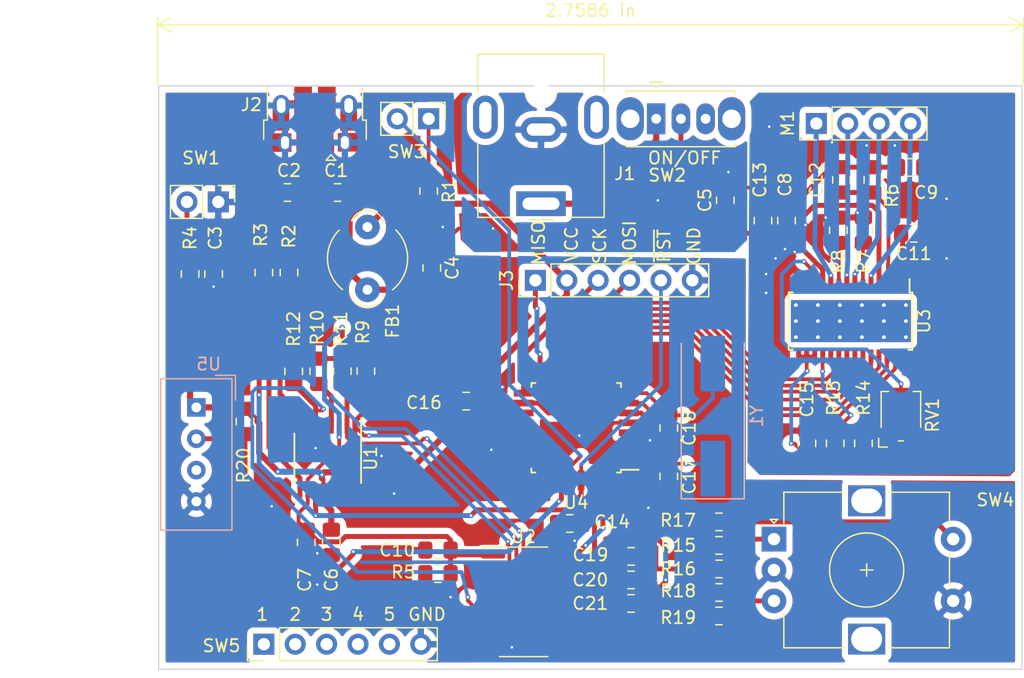
<source format=kicad_pcb>
(kicad_pcb (version 20171130) (host pcbnew 5.1.2-f72e74a~84~ubuntu18.04.1)
  (layers (0 F.Cu signal) (31 B.Cu signal) (34 B.Paste user) (35 F.Paste user) (36 B.SilkS user) (37 F.SilkS user) (38 B.Mask user) (39 F.Mask user) (44 Edge.Cuts user))
  (net 0 "")
  (net 1 GND)
  (net 2 VDD12+)
  (net 3 D-)
  (net 4 D+)
  (net 5 ~RESET)
  (net 6 VCC)
  (net 7 3V3OUT)
  (net 8 "Net-(C11-Pad1)")
  (net 9 "Net-(C11-Pad2)")
  (net 10 "Net-(C12-Pad1)")
  (net 11 V3P3OUT)
  (net 12 "Net-(C18-Pad2)")
  (net 13 INT0)
  (net 14 INT1)
  (net 15 MISO)
  (net 16 SCK)
  (net 17 MOSI)
  (net 18 BOUT1)
  (net 19 BOUT2)
  (net 20 AOUT2)
  (net 21 AOUT1)
  (net 22 "Net-(R1-Pad1)")
  (net 23 "Net-(R2-Pad1)")
  (net 24 /TXD)
  (net 25 /RXD)
  (net 26 /~RTS)
  (net 27 /~CTS)
  (net 28 "Net-(R13-Pad2)")
  (net 29 ENC_SW)
  (net 30 TEMP)
  (net 31 "Net-(RV1-Pad2)")
  (net 32 DIR)
  (net 33 ~ENABLE)
  (net 34 STEP)
  (net 35 MODE0)
  (net 36 MODE1)
  (net 37 MODE2)
  (net 38 RX)
  (net 39 TX)
  (net 40 HIGH)
  (net 41 MED)
  (net 42 LOW)
  (net 43 LIMIT)
  (net 44 "Net-(R3-Pad1)")
  (net 45 "Net-(R14-Pad2)")
  (net 46 "Net-(R15-Pad1)")
  (net 47 "Net-(R18-Pad1)")
  (net 48 MEDHIGH)
  (net 49 "Net-(R7-Pad1)")
  (net 50 "Net-(C4-Pad2)")
  (net 51 "Net-(C17-Pad2)")
  (net 52 "Net-(C19-Pad1)")
  (net 53 "Net-(R5-Pad1)")
  (net 54 "Net-(R8-Pad1)")
  (net 55 MEDLOW)
  (net 56 /+12V)
  (module Crystal:Crystal_SMD_HC49-SD (layer B.Cu) (at 165.608 104.716 90)
    (fp_text reference Y1 (at 0 3.55 270) (layer B.SilkS) (effects (justify mirror)))
    (fp_text value 16MHz)
    (pad 2 smd rect (at 4.25 0 90) (size 4.5 2) (layers B.Cu B.Paste B.Mask) (net 12 "Net-(C18-Pad2)"))
    (pad 1 smd rect (at -4.25 0 90) (size 4.5 2) (layers B.Cu B.Paste B.Mask) (net 51 "Net-(C17-Pad2)"))
  )
  (module Sensor:Aosong_DHT11_5.5x12.0_P2.54mm (layer B.Cu) (at 123.825 104.013 180)
    (fp_text reference U5 (at -1 3.5 180) (layer B.SilkS) (effects (justify mirror)))
    (fp_text value DHT11)
    (pad 4 thru_hole circle (at 0 -7.62 180) (size 1.5 1.5) (drill 0.8) (layers *.Cu *.Mask) (net 1 GND))
    (pad 3 thru_hole circle (at 0 -5.08 180) (size 1.5 1.5) (drill 0.8) (layers *.Cu *.Mask))
    (pad 2 thru_hole circle (at 0 -2.54 180) (size 1.5 1.5) (drill 0.8) (layers *.Cu *.Mask) (net 30 TEMP))
    (pad 1 thru_hole rect (at 0 0 180) (size 1.5 1.5) (drill 0.8) (layers *.Cu *.Mask) (net 6 VCC))
  )
  (module Package_QFP:TQFP-32_7x7mm_P0.8mm (layer F.Cu) (at 154.559 105.664 180)
    (fp_text reference U4 (at 0 -6.05) (layer F.SilkS))
    (fp_text value ATmega328P-AU)
    (pad 32 smd rect (at -2.8 -4.25 270) (size 1.6 0.55) (layers F.Cu F.Paste F.Mask) (net 13 INT0))
    (pad 31 smd rect (at -2 -4.25 270) (size 1.6 0.55) (layers F.Cu F.Paste F.Mask) (net 39 TX))
    (pad 30 smd rect (at -1.2 -4.25 270) (size 1.6 0.55) (layers F.Cu F.Paste F.Mask) (net 38 RX))
    (pad 29 smd rect (at -0.4 -4.25 270) (size 1.6 0.55) (layers F.Cu F.Paste F.Mask) (net 5 ~RESET))
    (pad 28 smd rect (at 0.4 -4.25 270) (size 1.6 0.55) (layers F.Cu F.Paste F.Mask) (net 43 LIMIT))
    (pad 27 smd rect (at 1.2 -4.25 270) (size 1.6 0.55) (layers F.Cu F.Paste F.Mask) (net 30 TEMP))
    (pad 26 smd rect (at 2 -4.25 270) (size 1.6 0.55) (layers F.Cu F.Paste F.Mask))
    (pad 25 smd rect (at 2.8 -4.25 270) (size 1.6 0.55) (layers F.Cu F.Paste F.Mask) (net 40 HIGH))
    (pad 24 smd rect (at 4.25 -2.8 180) (size 1.6 0.55) (layers F.Cu F.Paste F.Mask) (net 48 MEDHIGH))
    (pad 23 smd rect (at 4.25 -2 180) (size 1.6 0.55) (layers F.Cu F.Paste F.Mask) (net 41 MED))
    (pad 22 smd rect (at 4.25 -1.2 180) (size 1.6 0.55) (layers F.Cu F.Paste F.Mask) (net 55 MEDLOW))
    (pad 21 smd rect (at 4.25 -0.4 180) (size 1.6 0.55) (layers F.Cu F.Paste F.Mask) (net 1 GND))
    (pad 20 smd rect (at 4.25 0.4 180) (size 1.6 0.55) (layers F.Cu F.Paste F.Mask) (net 6 VCC))
    (pad 19 smd rect (at 4.25 1.2 180) (size 1.6 0.55) (layers F.Cu F.Paste F.Mask) (net 42 LOW))
    (pad 18 smd rect (at 4.25 2 180) (size 1.6 0.55) (layers F.Cu F.Paste F.Mask) (net 6 VCC))
    (pad 17 smd rect (at 4.25 2.8 180) (size 1.6 0.55) (layers F.Cu F.Paste F.Mask) (net 16 SCK))
    (pad 16 smd rect (at 2.8 4.25 270) (size 1.6 0.55) (layers F.Cu F.Paste F.Mask) (net 15 MISO))
    (pad 15 smd rect (at 2 4.25 270) (size 1.6 0.55) (layers F.Cu F.Paste F.Mask) (net 17 MOSI))
    (pad 14 smd rect (at 1.2 4.25 270) (size 1.6 0.55) (layers F.Cu F.Paste F.Mask) (net 32 DIR))
    (pad 13 smd rect (at 0.4 4.25 270) (size 1.6 0.55) (layers F.Cu F.Paste F.Mask) (net 33 ~ENABLE))
    (pad 12 smd rect (at -0.4 4.25 270) (size 1.6 0.55) (layers F.Cu F.Paste F.Mask) (net 34 STEP))
    (pad 11 smd rect (at -1.2 4.25 270) (size 1.6 0.55) (layers F.Cu F.Paste F.Mask) (net 35 MODE0))
    (pad 10 smd rect (at -2 4.25 270) (size 1.6 0.55) (layers F.Cu F.Paste F.Mask) (net 36 MODE1))
    (pad 9 smd rect (at -2.8 4.25 270) (size 1.6 0.55) (layers F.Cu F.Paste F.Mask) (net 37 MODE2))
    (pad 8 smd rect (at -4.25 2.8 180) (size 1.6 0.55) (layers F.Cu F.Paste F.Mask) (net 12 "Net-(C18-Pad2)"))
    (pad 7 smd rect (at -4.25 2 180) (size 1.6 0.55) (layers F.Cu F.Paste F.Mask) (net 51 "Net-(C17-Pad2)"))
    (pad 6 smd rect (at -4.25 1.2 180) (size 1.6 0.55) (layers F.Cu F.Paste F.Mask) (net 6 VCC))
    (pad 5 smd rect (at -4.25 0.4 180) (size 1.6 0.55) (layers F.Cu F.Paste F.Mask) (net 1 GND))
    (pad 4 smd rect (at -4.25 -0.4 180) (size 1.6 0.55) (layers F.Cu F.Paste F.Mask) (net 6 VCC))
    (pad 3 smd rect (at -4.25 -1.2 180) (size 1.6 0.55) (layers F.Cu F.Paste F.Mask) (net 1 GND))
    (pad 2 smd rect (at -4.25 -2 180) (size 1.6 0.55) (layers F.Cu F.Paste F.Mask) (net 29 ENC_SW))
    (pad 1 smd rect (at -4.25 -2.8 180) (size 1.6 0.55) (layers F.Cu F.Paste F.Mask) (net 14 INT1))
  )
  (module Package_SO:SOIC-14_3.9x8.7mm_P1.27mm (layer F.Cu) (at 150.306 119.761)
    (fp_text reference U2 (at 0 -5.28) (layer F.SilkS))
    (fp_text value TXB0104D)
    (pad 14 smd roundrect (at 2.475 -3.81) (size 1.95 0.6) (layers F.Cu F.Paste F.Mask) (net 6 VCC))
    (pad 13 smd roundrect (at 2.475 -2.54) (size 1.95 0.6) (layers F.Cu F.Paste F.Mask) (net 39 TX))
    (pad 12 smd roundrect (at 2.475 -1.27) (size 1.95 0.6) (layers F.Cu F.Paste F.Mask) (net 38 RX))
    (pad 11 smd roundrect (at 2.475 0) (size 1.95 0.6) (layers F.Cu F.Paste F.Mask))
    (pad 10 smd roundrect (at 2.475 1.27) (size 1.95 0.6) (layers F.Cu F.Paste F.Mask))
    (pad 9 smd roundrect (at 2.475 2.54) (size 1.95 0.6) (layers F.Cu F.Paste F.Mask))
    (pad 8 smd roundrect (at 2.475 3.81) (size 1.95 0.6) (layers F.Cu F.Paste F.Mask) (net 53 "Net-(R5-Pad1)"))
    (pad 7 smd roundrect (at -2.475 3.81) (size 1.95 0.6) (layers F.Cu F.Paste F.Mask) (net 1 GND))
    (pad 6 smd roundrect (at -2.475 2.54) (size 1.95 0.6) (layers F.Cu F.Paste F.Mask))
    (pad 5 smd roundrect (at -2.475 1.27) (size 1.95 0.6) (layers F.Cu F.Paste F.Mask) (net 27 /~CTS))
    (pad 4 smd roundrect (at -2.475 0) (size 1.95 0.6) (layers F.Cu F.Paste F.Mask) (net 26 /~RTS))
    (pad 3 smd roundrect (at -2.475 -1.27) (size 1.95 0.6) (layers F.Cu F.Paste F.Mask) (net 25 /RXD))
    (pad 2 smd roundrect (at -2.475 -2.54) (size 1.95 0.6) (layers F.Cu F.Paste F.Mask) (net 24 /TXD))
    (pad 1 smd roundrect (at -2.475 -3.81) (size 1.95 0.6) (layers F.Cu F.Paste F.Mask) (net 7 3V3OUT))
  )
  (module Package_SO:SSOP-16_3.9x4.9mm_P0.635mm (layer F.Cu) (at 134.4295 108.137 270)
    (fp_text reference U1 (at 0 -3.5 90) (layer F.SilkS))
    (fp_text value FT230XS)
    (pad 16 smd rect (at 2.6 -2.2225 270) (size 1.2 0.4) (layers F.Cu F.Paste F.Mask))
    (pad 15 smd rect (at 2.6 -1.5875 270) (size 1.2 0.4) (layers F.Cu F.Paste F.Mask))
    (pad 14 smd rect (at 2.6 -0.9525 270) (size 1.2 0.4) (layers F.Cu F.Paste F.Mask))
    (pad 13 smd rect (at 2.6 -0.3175 270) (size 1.2 0.4) (layers F.Cu F.Paste F.Mask) (net 1 GND))
    (pad 12 smd rect (at 2.6 0.3175 270) (size 1.2 0.4) (layers F.Cu F.Paste F.Mask) (net 6 VCC))
    (pad 11 smd rect (at 2.6 0.9525 270) (size 1.2 0.4) (layers F.Cu F.Paste F.Mask) (net 5 ~RESET))
    (pad 10 smd rect (at 2.6 1.5875 270) (size 1.2 0.4) (layers F.Cu F.Paste F.Mask) (net 7 3V3OUT))
    (pad 9 smd rect (at 2.6 2.2225 270) (size 1.2 0.4) (layers F.Cu F.Paste F.Mask) (net 23 "Net-(R2-Pad1)"))
    (pad 8 smd rect (at -2.6 2.2225 270) (size 1.2 0.4) (layers F.Cu F.Paste F.Mask) (net 44 "Net-(R3-Pad1)"))
    (pad 7 smd rect (at -2.6 1.5875 270) (size 1.2 0.4) (layers F.Cu F.Paste F.Mask))
    (pad 6 smd rect (at -2.6 0.9525 270) (size 1.2 0.4) (layers F.Cu F.Paste F.Mask) (net 27 /~CTS))
    (pad 5 smd rect (at -2.6 0.3175 270) (size 1.2 0.4) (layers F.Cu F.Paste F.Mask) (net 1 GND))
    (pad 4 smd rect (at -2.6 -0.3175 270) (size 1.2 0.4) (layers F.Cu F.Paste F.Mask) (net 25 /RXD))
    (pad 3 smd rect (at -2.6 -0.9525 270) (size 1.2 0.4) (layers F.Cu F.Paste F.Mask) (net 7 3V3OUT))
    (pad 2 smd rect (at -2.6 -1.5875 270) (size 1.2 0.4) (layers F.Cu F.Paste F.Mask) (net 26 /~RTS))
    (pad 1 smd rect (at -2.6 -2.2225 270) (size 1.2 0.4) (layers F.Cu F.Paste F.Mask) (net 24 /TXD))
  )
  (module Connector_PinHeader_2.54mm:PinHeader_1x06_P2.54mm_Vertical (layer F.Cu) (at 129.286 123.19 90)
    (fp_text reference SW5 (at -0.127 -3.429 180) (layer F.SilkS))
    (fp_text value SP5T)
    (pad 6 thru_hole oval (at 0 12.7 90) (size 1.7 1.7) (drill 1) (layers *.Cu *.Mask) (net 1 GND))
    (pad 5 thru_hole oval (at 0 10.16 90) (size 1.7 1.7) (drill 1) (layers *.Cu *.Mask) (net 40 HIGH))
    (pad 4 thru_hole oval (at 0 7.62 90) (size 1.7 1.7) (drill 1) (layers *.Cu *.Mask) (net 48 MEDHIGH))
    (pad 3 thru_hole oval (at 0 5.08 90) (size 1.7 1.7) (drill 1) (layers *.Cu *.Mask) (net 41 MED))
    (pad 2 thru_hole oval (at 0 2.54 90) (size 1.7 1.7) (drill 1) (layers *.Cu *.Mask) (net 55 MEDLOW))
    (pad 1 thru_hole rect (at 0 0 90) (size 1.7 1.7) (drill 1) (layers *.Cu *.Mask) (net 42 LOW))
  )
  (module Rotary_Encoder:RotaryEncoder_Alps_EC12E-Switch_Vertical_H20mm (layer F.Cu) (at 170.561 114.681)
    (fp_text reference SW4 (at 17.907 -3.175) (layer F.SilkS))
    (fp_text value Rotary_Encoder_Switch)
    (pad A thru_hole rect (at 0 0) (size 2 2) (drill 1) (layers *.Cu *.Mask) (net 46 "Net-(R15-Pad1)"))
    (pad C thru_hole circle (at 0 2.5) (size 2 2) (drill 1) (layers *.Cu *.Mask) (net 1 GND))
    (pad B thru_hole circle (at 0 5) (size 2 2) (drill 1) (layers *.Cu *.Mask) (net 47 "Net-(R18-Pad1)"))
    (pad MP thru_hole rect (at 7.5 -3.1) (size 3 2.5) (drill oval 2.5 2) (layers *.Cu *.Mask))
    (pad MP thru_hole rect (at 7.5 8.1) (size 3 2.5) (drill oval 2.5 2) (layers *.Cu *.Mask))
    (pad S1 thru_hole circle (at 14.5 0) (size 2 2) (drill 1) (layers *.Cu *.Mask) (net 52 "Net-(C19-Pad1)"))
    (pad S2 thru_hole circle (at 14.5 5) (size 2 2) (drill 1) (layers *.Cu *.Mask) (net 1 GND))
  )
  (module Connector_PinHeader_2.54mm:PinHeader_1x02_P2.54mm_Vertical (layer F.Cu) (at 142.621 80.645 270)
    (fp_text reference SW3 (at 2.667 1.778 180) (layer F.SilkS))
    (fp_text value "Limit Switch")
    (pad 2 thru_hole oval (at 0 2.54 270) (size 1.7 1.7) (drill 1) (layers *.Cu *.Mask) (net 43 LIMIT))
    (pad 1 thru_hole rect (at 0 0 270) (size 1.7 1.7) (drill 1) (layers *.Cu *.Mask) (net 22 "Net-(R1-Pad1)"))
  )
  (module Button_Switch_THT:SW_Slide_1P2T_CK_OS102011MS2Q (layer F.Cu) (at 161.032 80.645)
    (fp_text reference SW2 (at 0.893 4.572) (layer F.SilkS))
    (fp_text value SW_SPDT)
    (pad "" thru_hole oval (at 6.1 0) (size 2.2 3.5) (drill 1.5) (layers *.Cu *.Mask))
    (pad "" thru_hole oval (at -2.1 0) (size 2.2 3.5) (drill 1.5) (layers *.Cu *.Mask))
    (pad 3 thru_hole oval (at 4 0) (size 1.5 2.5) (drill 0.8) (layers *.Cu *.Mask))
    (pad 2 thru_hole oval (at 2 0) (size 1.5 2.5) (drill 0.8) (layers *.Cu *.Mask) (net 2 VDD12+))
    (pad 1 thru_hole rect (at 0 0) (size 1.5 2.5) (drill 0.8) (layers *.Cu *.Mask) (net 56 /+12V))
  )
  (module Connector_USB:USB_Micro-B_Amphenol_10103594-0001LF_Horizontal (layer F.Cu) (at 133.396 80.685 180)
    (fp_text reference J2 (at 5.126 1.183) (layer F.SilkS))
    (fp_text value USB_B_Micro)
    (pad 6 smd rect (at 0.935 1.385 270) (size 2.5 1.43) (layers F.Cu F.Paste F.Mask) (net 1 GND))
    (pad 6 smd rect (at -0.985 1.385 270) (size 2.5 1.43) (layers F.Cu F.Paste F.Mask) (net 1 GND))
    (pad 6 thru_hole oval (at 2.705 1.115 270) (size 1.7 1.35) (drill oval 1.2 0.7) (layers *.Cu *.Mask) (net 1 GND))
    (pad 6 thru_hole oval (at -2.755 1.115 270) (size 1.7 1.35) (drill oval 1.2 0.7) (layers *.Cu *.Mask) (net 1 GND))
    (pad 6 thru_hole oval (at 2.395 -1.885 270) (size 1.5 1.1) (drill oval 1.05 0.65) (layers *.Cu *.Mask) (net 1 GND))
    (pad 6 thru_hole oval (at -2.445 -1.885 270) (size 1.5 1.1) (drill oval 1.05 0.65) (layers *.Cu *.Mask) (net 1 GND))
    (pad 5 smd rect (at 1.275 -1.765 270) (size 1.65 0.4) (layers F.Cu F.Paste F.Mask) (net 1 GND))
    (pad 4 smd rect (at 0.625 -1.765 270) (size 1.65 0.4) (layers F.Cu F.Paste F.Mask))
    (pad 3 smd rect (at -0.025 -1.765 270) (size 1.65 0.4) (layers F.Cu F.Paste F.Mask) (net 4 D+))
    (pad 2 smd rect (at -0.675 -1.765 270) (size 1.65 0.4) (layers F.Cu F.Paste F.Mask) (net 3 D-))
    (pad 1 smd rect (at -1.325 -1.765 270) (size 1.65 0.4) (layers F.Cu F.Paste F.Mask) (net 50 "Net-(C4-Pad2)"))
    (pad 6 smd rect (at 2.875 -1.885 180) (size 2 1.5) (layers F.Cu F.Paste F.Mask) (net 1 GND))
    (pad 6 smd rect (at -2.875 -1.865 180) (size 2 1.5) (layers F.Cu F.Paste F.Mask) (net 1 GND))
    (pad 6 smd rect (at 2.975 -0.565 180) (size 1.825 0.7) (layers F.Cu F.Paste F.Mask) (net 1 GND))
    (pad 6 smd rect (at -2.975 -0.565 180) (size 1.825 0.7) (layers F.Cu F.Paste F.Mask) (net 1 GND))
    (pad 6 smd rect (at -2.755 0.185 180) (size 1.35 2) (layers F.Cu F.Paste F.Mask) (net 1 GND))
    (pad 6 smd rect (at 2.725 0.185 180) (size 1.35 2) (layers F.Cu F.Paste F.Mask) (net 1 GND))
  )
  (module Connector_BarrelJack:BarrelJack_CUI_PJ-063AH_Horizontal (layer F.Cu) (at 151.71 87.518 180)
    (fp_text reference J1 (at -6.786 2.428) (layer F.SilkS))
    (fp_text value Barrel_Jack)
    (pad "" np_thru_hole circle (at 0 9 180) (size 1.6 1.6) (drill 1.6) (layers *.Cu *.Mask))
    (pad MP thru_hole oval (at 4.5 7 180) (size 2 3.5) (drill oval 1 2.5) (layers *.Cu *.Mask))
    (pad MP thru_hole oval (at -4.5 7 180) (size 2 3.5) (drill oval 1 2.5) (layers *.Cu *.Mask))
    (pad 2 thru_hole oval (at 0 6 180) (size 3.3 2) (drill oval 2.3 1) (layers *.Cu *.Mask) (net 1 GND))
    (pad 1 thru_hole rect (at 0 0 180) (size 4 2) (drill oval 3 1) (layers *.Cu *.Mask) (net 56 /+12V))
  )
  (module Capacitor_SMD:C_0805_2012Metric_Pad1.15x1.40mm_HandSolder (layer F.Cu) (at 135.255 86.614 180)
    (fp_text reference C1 (at 0.127 1.778) (layer F.SilkS))
    (fp_text value 47pF)
    (pad 2 smd roundrect (at 1.025 0 180) (size 1.15 1.4) (layers F.Cu F.Paste F.Mask) (roundrect_rratio 0.217391) (net 3 D-))
    (pad 1 smd roundrect (at -1.025 0 180) (size 1.15 1.4) (layers F.Cu F.Paste F.Mask) (roundrect_rratio 0.217391) (net 1 GND))
  )
  (module Capacitor_SMD:C_0805_2012Metric_Pad1.15x1.40mm_HandSolder (layer F.Cu) (at 131.2 86.614 180)
    (fp_text reference C2 (at -0.118 1.778) (layer F.SilkS))
    (fp_text value 47pF)
    (pad 1 smd roundrect (at -1.025 0 180) (size 1.15 1.4) (layers F.Cu F.Paste F.Mask) (roundrect_rratio 0.217391) (net 4 D+))
    (pad 2 smd roundrect (at 1.025 0 180) (size 1.15 1.4) (layers F.Cu F.Paste F.Mask) (roundrect_rratio 0.217391) (net 1 GND))
  )
  (module Capacitor_SMD:C_0805_2012Metric_Pad1.15x1.40mm_HandSolder (layer F.Cu) (at 125.222 93.209 90)
    (fp_text reference C3 (at 2.912 0.127 90) (layer F.SilkS))
    (fp_text value .01uF)
    (pad 1 smd roundrect (at -1.025 0 90) (size 1.15 1.4) (layers F.Cu F.Paste F.Mask) (roundrect_rratio 0.217391) (net 1 GND))
    (pad 2 smd roundrect (at 1.025 0 90) (size 1.15 1.4) (layers F.Cu F.Paste F.Mask) (roundrect_rratio 0.217391) (net 5 ~RESET))
  )
  (module Capacitor_SMD:C_0805_2012Metric_Pad1.15x1.40mm_HandSolder (layer F.Cu) (at 142.875 92.719 270)
    (fp_text reference C4 (at 0 -1.65 90) (layer F.SilkS))
    (fp_text value 47pF)
    (pad 2 smd roundrect (at 1.025 0 270) (size 1.15 1.4) (layers F.Cu F.Paste F.Mask) (roundrect_rratio 0.217391) (net 50 "Net-(C4-Pad2)"))
    (pad 1 smd roundrect (at -1.025 0 270) (size 1.15 1.4) (layers F.Cu F.Paste F.Mask) (roundrect_rratio 0.217391) (net 1 GND))
  )
  (module Capacitor_SMD:C_0805_2012Metric_Pad1.15x1.40mm_HandSolder (layer F.Cu) (at 166.624 87.24 90)
    (fp_text reference C5 (at 0 -1.65 90) (layer F.SilkS))
    (fp_text value 10uF)
    (pad 2 smd roundrect (at 1.025 0 90) (size 1.15 1.4) (layers F.Cu F.Paste F.Mask) (roundrect_rratio 0.217391) (net 1 GND))
    (pad 1 smd roundrect (at -1.025 0 90) (size 1.15 1.4) (layers F.Cu F.Paste F.Mask) (roundrect_rratio 0.217391) (net 2 VDD12+))
  )
  (module Capacitor_SMD:C_0805_2012Metric_Pad1.15x1.40mm_HandSolder (layer F.Cu) (at 134.747 114.944 270)
    (fp_text reference C6 (at 3.039 0 90) (layer F.SilkS))
    (fp_text value .1uF)
    (pad 2 smd roundrect (at 1.025 0 270) (size 1.15 1.4) (layers F.Cu F.Paste F.Mask) (roundrect_rratio 0.217391) (net 1 GND))
    (pad 1 smd roundrect (at -1.025 0 270) (size 1.15 1.4) (layers F.Cu F.Paste F.Mask) (roundrect_rratio 0.217391) (net 6 VCC))
  )
  (module Capacitor_SMD:C_0805_2012Metric_Pad1.15x1.40mm_HandSolder (layer F.Cu) (at 132.715 114.944 90)
    (fp_text reference C7 (at -3.039 -0.127 90) (layer F.SilkS))
    (fp_text value .1uF)
    (pad 2 smd roundrect (at 1.025 0 90) (size 1.15 1.4) (layers F.Cu F.Paste F.Mask) (roundrect_rratio 0.217391) (net 7 3V3OUT))
    (pad 1 smd roundrect (at -1.025 0 90) (size 1.15 1.4) (layers F.Cu F.Paste F.Mask) (roundrect_rratio 0.217391) (net 1 GND))
  )
  (module Capacitor_SMD:C_0805_2012Metric_Pad1.15x1.40mm_HandSolder (layer F.Cu) (at 171.577 88.891 90)
    (fp_text reference C8 (at 2.912 -0.127 90) (layer F.SilkS))
    (fp_text value 100uF)
    (pad 2 smd roundrect (at 1.025 0 90) (size 1.15 1.4) (layers F.Cu F.Paste F.Mask) (roundrect_rratio 0.217391) (net 1 GND))
    (pad 1 smd roundrect (at -1.025 0 90) (size 1.15 1.4) (layers F.Cu F.Paste F.Mask) (roundrect_rratio 0.217391) (net 2 VDD12+))
  )
  (module Capacitor_SMD:C_0805_2012Metric_Pad1.15x1.40mm_HandSolder (layer F.Cu) (at 181.619 84.582 180)
    (fp_text reference C9 (at -1.261 -2.032) (layer F.SilkS))
    (fp_text value .1uF)
    (pad 1 smd roundrect (at -1.025 0 180) (size 1.15 1.4) (layers F.Cu F.Paste F.Mask) (roundrect_rratio 0.217391) (net 1 GND))
    (pad 2 smd roundrect (at 1.025 0 180) (size 1.15 1.4) (layers F.Cu F.Paste F.Mask) (roundrect_rratio 0.217391) (net 2 VDD12+))
  )
  (module Capacitor_SMD:C_0805_2012Metric_Pad1.15x1.40mm_HandSolder (layer F.Cu) (at 143.374 115.57 180)
    (fp_text reference C10 (at 3.293 0) (layer F.SilkS))
    (fp_text value .1uF)
    (pad 2 smd roundrect (at 1.025 0 180) (size 1.15 1.4) (layers F.Cu F.Paste F.Mask) (roundrect_rratio 0.217391) (net 1 GND))
    (pad 1 smd roundrect (at -1.025 0 180) (size 1.15 1.4) (layers F.Cu F.Paste F.Mask) (roundrect_rratio 0.217391) (net 7 3V3OUT))
  )
  (module Capacitor_SMD:C_0805_2012Metric_Pad1.15x1.40mm_HandSolder (layer F.Cu) (at 181.873 89.916 180)
    (fp_text reference C11 (at 0 -1.65) (layer F.SilkS))
    (fp_text value .01uF)
    (pad 1 smd roundrect (at -1.025 0 180) (size 1.15 1.4) (layers F.Cu F.Paste F.Mask) (roundrect_rratio 0.217391) (net 8 "Net-(C11-Pad1)"))
    (pad 2 smd roundrect (at 1.025 0 180) (size 1.15 1.4) (layers F.Cu F.Paste F.Mask) (roundrect_rratio 0.217391) (net 9 "Net-(C11-Pad2)"))
  )
  (module Capacitor_SMD:C_0805_2012Metric_Pad1.15x1.40mm_HandSolder (layer F.Cu) (at 176.022 85.589 90)
    (fp_text reference C12 (at -0.009 -2.032 90) (layer F.SilkS))
    (fp_text value .1uF)
    (pad 2 smd roundrect (at 1.025 0 90) (size 1.15 1.4) (layers F.Cu F.Paste F.Mask) (roundrect_rratio 0.217391) (net 2 VDD12+))
    (pad 1 smd roundrect (at -1.025 0 90) (size 1.15 1.4) (layers F.Cu F.Paste F.Mask) (roundrect_rratio 0.217391) (net 10 "Net-(C12-Pad1)"))
  )
  (module Capacitor_SMD:C_0805_2012Metric_Pad1.15x1.40mm_HandSolder (layer F.Cu) (at 169.672 88.891 90)
    (fp_text reference C13 (at 3.293 -0.254 90) (layer F.SilkS))
    (fp_text value .1uF)
    (pad 1 smd roundrect (at -1.025 0 90) (size 1.15 1.4) (layers F.Cu F.Paste F.Mask) (roundrect_rratio 0.217391) (net 2 VDD12+))
    (pad 2 smd roundrect (at 1.025 0 90) (size 1.15 1.4) (layers F.Cu F.Paste F.Mask) (roundrect_rratio 0.217391) (net 1 GND))
  )
  (module Capacitor_SMD:C_0805_2012Metric_Pad1.15x1.40mm_HandSolder (layer F.Cu) (at 154.042 113.411 180)
    (fp_text reference C14 (at -3.42 0.127) (layer F.SilkS))
    (fp_text value .1uF)
    (pad 2 smd roundrect (at 1.025 0 180) (size 1.15 1.4) (layers F.Cu F.Paste F.Mask) (roundrect_rratio 0.217391) (net 6 VCC))
    (pad 1 smd roundrect (at -1.025 0 180) (size 1.15 1.4) (layers F.Cu F.Paste F.Mask) (roundrect_rratio 0.217391) (net 1 GND))
  )
  (module Capacitor_SMD:C_0805_2012Metric_Pad1.15x1.40mm_HandSolder (layer F.Cu) (at 173.228 106.925 90)
    (fp_text reference C15 (at 3.547 0 90) (layer F.SilkS))
    (fp_text value .47uF)
    (pad 1 smd roundrect (at -1.025 0 90) (size 1.15 1.4) (layers F.Cu F.Paste F.Mask) (roundrect_rratio 0.217391) (net 11 V3P3OUT))
    (pad 2 smd roundrect (at 1.025 0 90) (size 1.15 1.4) (layers F.Cu F.Paste F.Mask) (roundrect_rratio 0.217391) (net 1 GND))
  )
  (module Capacitor_SMD:C_0805_2012Metric_Pad1.15x1.40mm_HandSolder (layer F.Cu) (at 145.66 103.505)
    (fp_text reference C16 (at -3.42 0.127) (layer F.SilkS))
    (fp_text value .1uF)
    (pad 1 smd roundrect (at -1.025 0) (size 1.15 1.4) (layers F.Cu F.Paste F.Mask) (roundrect_rratio 0.217391) (net 1 GND))
    (pad 2 smd roundrect (at 1.025 0) (size 1.15 1.4) (layers F.Cu F.Paste F.Mask) (roundrect_rratio 0.217391) (net 6 VCC))
  )
  (module Capacitor_SMD:C_0805_2012Metric_Pad1.15x1.40mm_HandSolder (layer F.Cu) (at 162.052 109.601 90)
    (fp_text reference C17 (at -0.009 1.651 90) (layer F.SilkS))
    (fp_text value 22pF)
    (pad 1 smd roundrect (at -1.025 0 90) (size 1.15 1.4) (layers F.Cu F.Paste F.Mask) (roundrect_rratio 0.217391) (net 1 GND))
    (pad 2 smd roundrect (at 1.025 0 90) (size 1.15 1.4) (layers F.Cu F.Paste F.Mask) (roundrect_rratio 0.217391) (net 51 "Net-(C17-Pad2)"))
  )
  (module Capacitor_SMD:C_0805_2012Metric_Pad1.15x1.40mm_HandSolder (layer F.Cu) (at 162.052 105.673 90)
    (fp_text reference C18 (at -0.009 1.651 90) (layer F.SilkS))
    (fp_text value 22pF)
    (pad 2 smd roundrect (at 1.025 0 90) (size 1.15 1.4) (layers F.Cu F.Paste F.Mask) (roundrect_rratio 0.217391) (net 12 "Net-(C18-Pad2)"))
    (pad 1 smd roundrect (at -1.025 0 90) (size 1.15 1.4) (layers F.Cu F.Paste F.Mask) (roundrect_rratio 0.217391) (net 1 GND))
  )
  (module Capacitor_SMD:C_0805_2012Metric_Pad1.15x1.40mm_HandSolder (layer F.Cu) (at 159.004 116.078 180)
    (fp_text reference C19 (at 3.293 0.127) (layer F.SilkS))
    (fp_text value .01uF)
    (pad 1 smd roundrect (at -1.025 0 180) (size 1.15 1.4) (layers F.Cu F.Paste F.Mask) (roundrect_rratio 0.217391) (net 52 "Net-(C19-Pad1)"))
    (pad 2 smd roundrect (at 1.025 0 180) (size 1.15 1.4) (layers F.Cu F.Paste F.Mask) (roundrect_rratio 0.217391) (net 1 GND))
  )
  (module Capacitor_SMD:C_0805_2012Metric_Pad1.15x1.40mm_HandSolder (layer F.Cu) (at 159.004 117.983)
    (fp_text reference C20 (at -3.302 0) (layer F.SilkS))
    (fp_text value .1uF)
    (pad 1 smd roundrect (at -1.025 0) (size 1.15 1.4) (layers F.Cu F.Paste F.Mask) (roundrect_rratio 0.217391) (net 1 GND))
    (pad 2 smd roundrect (at 1.025 0) (size 1.15 1.4) (layers F.Cu F.Paste F.Mask) (roundrect_rratio 0.217391) (net 13 INT0))
  )
  (module Capacitor_SMD:C_0805_2012Metric_Pad1.15x1.40mm_HandSolder (layer F.Cu) (at 158.995 119.888 180)
    (fp_text reference C21 (at 3.293 0) (layer F.SilkS))
    (fp_text value .1uF)
    (pad 1 smd roundrect (at -1.025 0 180) (size 1.15 1.4) (layers F.Cu F.Paste F.Mask) (roundrect_rratio 0.217391) (net 14 INT1))
    (pad 2 smd roundrect (at 1.025 0 180) (size 1.15 1.4) (layers F.Cu F.Paste F.Mask) (roundrect_rratio 0.217391) (net 1 GND))
  )
  (module Ferrite_THT:LairdTech_28C0236-0JW-10 (layer F.Cu) (at 137.668 89.408 270)
    (fp_text reference FB1 (at 7.62 -2.032 90) (layer F.SilkS))
    (fp_text value Ferrite_Bead)
    (pad 2 thru_hole circle (at 5.08 0 270) (size 2 2) (drill 0.8) (layers *.Cu *.Mask) (net 50 "Net-(C4-Pad2)"))
    (pad 1 thru_hole circle (at 0 0 270) (size 2 2) (drill 0.8) (layers *.Cu *.Mask) (net 6 VCC))
  )
  (module Connector_PinHeader_2.54mm:PinHeader_1x06_P2.54mm_Vertical (layer F.Cu) (at 151.257 93.726 90)
    (fp_text reference J3 (at 0 -2.33 90) (layer F.SilkS))
    (fp_text value "Programming Header")
    (pad 1 thru_hole rect (at 0 0 90) (size 1.7 1.7) (drill 1) (layers *.Cu *.Mask) (net 15 MISO))
    (pad 2 thru_hole oval (at 0 2.54 90) (size 1.7 1.7) (drill 1) (layers *.Cu *.Mask) (net 6 VCC))
    (pad 3 thru_hole oval (at 0 5.08 90) (size 1.7 1.7) (drill 1) (layers *.Cu *.Mask) (net 16 SCK))
    (pad 4 thru_hole oval (at 0 7.62 90) (size 1.7 1.7) (drill 1) (layers *.Cu *.Mask) (net 17 MOSI))
    (pad 5 thru_hole oval (at 0 10.16 90) (size 1.7 1.7) (drill 1) (layers *.Cu *.Mask) (net 5 ~RESET))
    (pad 6 thru_hole oval (at 0 12.7 90) (size 1.7 1.7) (drill 1) (layers *.Cu *.Mask) (net 1 GND))
  )
  (module Connector_PinHeader_2.54mm:PinHeader_1x04_P2.54mm_Vertical (layer F.Cu) (at 173.99 81.026 90)
    (fp_text reference M1 (at 0 -2.33 90) (layer F.SilkS))
    (fp_text value Stepper_Motor_bipolar)
    (pad 1 thru_hole rect (at 0 0 90) (size 1.7 1.7) (drill 1) (layers *.Cu *.Mask) (net 18 BOUT1))
    (pad 2 thru_hole oval (at 0 2.54 90) (size 1.7 1.7) (drill 1) (layers *.Cu *.Mask) (net 19 BOUT2))
    (pad 3 thru_hole oval (at 0 5.08 90) (size 1.7 1.7) (drill 1) (layers *.Cu *.Mask) (net 20 AOUT2))
    (pad 4 thru_hole oval (at 0 7.62 90) (size 1.7 1.7) (drill 1) (layers *.Cu *.Mask) (net 21 AOUT1))
  )
  (module Resistor_SMD:R_0805_2012Metric_Pad1.15x1.40mm_HandSolder (layer F.Cu) (at 142.621 86.496 270)
    (fp_text reference R1 (at 0 -1.65 90) (layer F.SilkS))
    (fp_text value 10k)
    (pad 1 smd roundrect (at -1.025 0 270) (size 1.15 1.4) (layers F.Cu F.Paste F.Mask) (roundrect_rratio 0.217391) (net 22 "Net-(R1-Pad1)"))
    (pad 2 smd roundrect (at 1.025 0 270) (size 1.15 1.4) (layers F.Cu F.Paste F.Mask) (roundrect_rratio 0.217391) (net 6 VCC))
  )
  (module Resistor_SMD:R_0805_2012Metric_Pad1.15x1.40mm_HandSolder (layer F.Cu) (at 131.318 93.091 90)
    (fp_text reference R2 (at 2.921 0 90) (layer F.SilkS))
    (fp_text value 27R)
    (pad 2 smd roundrect (at 1.025 0 90) (size 1.15 1.4) (layers F.Cu F.Paste F.Mask) (roundrect_rratio 0.217391) (net 3 D-))
    (pad 1 smd roundrect (at -1.025 0 90) (size 1.15 1.4) (layers F.Cu F.Paste F.Mask) (roundrect_rratio 0.217391) (net 23 "Net-(R2-Pad1)"))
  )
  (module Resistor_SMD:R_0805_2012Metric_Pad1.15x1.40mm_HandSolder (layer F.Cu) (at 129.286 93.091 90)
    (fp_text reference R3 (at 3.048 -0.254 90) (layer F.SilkS))
    (fp_text value 27R)
    (pad 2 smd roundrect (at 1.025 0 90) (size 1.15 1.4) (layers F.Cu F.Paste F.Mask) (roundrect_rratio 0.217391) (net 4 D+))
    (pad 1 smd roundrect (at -1.025 0 90) (size 1.15 1.4) (layers F.Cu F.Paste F.Mask) (roundrect_rratio 0.217391) (net 44 "Net-(R3-Pad1)"))
  )
  (module Resistor_SMD:R_0805_2012Metric_Pad1.15x1.40mm_HandSolder (layer F.Cu) (at 123.317 93.209 270)
    (fp_text reference R4 (at -2.912 0 270) (layer F.SilkS))
    (fp_text value 10k)
    (pad 1 smd roundrect (at -1.025 0 270) (size 1.15 1.4) (layers F.Cu F.Paste F.Mask) (roundrect_rratio 0.217391) (net 5 ~RESET))
    (pad 2 smd roundrect (at 1.025 0 270) (size 1.15 1.4) (layers F.Cu F.Paste F.Mask) (roundrect_rratio 0.217391) (net 6 VCC))
  )
  (module Resistor_SMD:R_0805_2012Metric_Pad1.15x1.40mm_HandSolder (layer F.Cu) (at 143.374 117.475)
    (fp_text reference R5 (at -2.803 -0.127) (layer F.SilkS))
    (fp_text value 10k)
    (pad 1 smd roundrect (at -1.025 0) (size 1.15 1.4) (layers F.Cu F.Paste F.Mask) (roundrect_rratio 0.217391) (net 53 "Net-(R5-Pad1)"))
    (pad 2 smd roundrect (at 1.025 0) (size 1.15 1.4) (layers F.Cu F.Paste F.Mask) (roundrect_rratio 0.217391) (net 7 3V3OUT))
  )
  (module Resistor_SMD:R_0805_2012Metric_Pad1.15x1.40mm_HandSolder (layer F.Cu) (at 178.562 85.589 90)
    (fp_text reference R6 (at -1.279 1.524 90) (layer F.SilkS))
    (fp_text value 1M)
    (pad 1 smd roundrect (at -1.025 0 90) (size 1.15 1.4) (layers F.Cu F.Paste F.Mask) (roundrect_rratio 0.217391) (net 10 "Net-(C12-Pad1)"))
    (pad 2 smd roundrect (at 1.025 0 90) (size 1.15 1.4) (layers F.Cu F.Paste F.Mask) (roundrect_rratio 0.217391) (net 2 VDD12+))
  )
  (module Resistor_SMD:R_0805_2012Metric_Pad1.15x1.40mm_HandSolder (layer F.Cu) (at 177.8 89.653 90)
    (fp_text reference R7 (at -2.549 0 90) (layer F.SilkS))
    (fp_text value 250m)
    (pad 1 smd roundrect (at -1.025 0 90) (size 1.15 1.4) (layers F.Cu F.Paste F.Mask) (roundrect_rratio 0.217391) (net 49 "Net-(R7-Pad1)"))
    (pad 2 smd roundrect (at 1.025 0 90) (size 1.15 1.4) (layers F.Cu F.Paste F.Mask) (roundrect_rratio 0.217391) (net 1 GND))
  )
  (module Resistor_SMD:R_0805_2012Metric_Pad1.15x1.40mm_HandSolder (layer F.Cu) (at 175.768 89.671 90)
    (fp_text reference R8 (at -2.531 0 90) (layer F.SilkS))
    (fp_text value 250m)
    (pad 2 smd roundrect (at 1.025 0 90) (size 1.15 1.4) (layers F.Cu F.Paste F.Mask) (roundrect_rratio 0.217391) (net 1 GND))
    (pad 1 smd roundrect (at -1.025 0 90) (size 1.15 1.4) (layers F.Cu F.Paste F.Mask) (roundrect_rratio 0.217391) (net 54 "Net-(R8-Pad1)"))
  )
  (module Resistor_SMD:R_0805_2012Metric_Pad1.15x1.40mm_HandSolder (layer F.Cu) (at 137.541 101.083 270)
    (fp_text reference R9 (at -3.166 0.254 90) (layer F.SilkS))
    (fp_text value 10k)
    (pad 2 smd roundrect (at 1.025 0 270) (size 1.15 1.4) (layers F.Cu F.Paste F.Mask) (roundrect_rratio 0.217391) (net 24 /TXD))
    (pad 1 smd roundrect (at -1.025 0 270) (size 1.15 1.4) (layers F.Cu F.Paste F.Mask) (roundrect_rratio 0.217391) (net 7 3V3OUT))
  )
  (module Resistor_SMD:R_0805_2012Metric_Pad1.15x1.40mm_HandSolder (layer F.Cu) (at 133.731 101.092 270)
    (fp_text reference R10 (at -3.556 0.127 90) (layer F.SilkS))
    (fp_text value 10k)
    (pad 1 smd roundrect (at -1.025 0 270) (size 1.15 1.4) (layers F.Cu F.Paste F.Mask) (roundrect_rratio 0.217391) (net 7 3V3OUT))
    (pad 2 smd roundrect (at 1.025 0 270) (size 1.15 1.4) (layers F.Cu F.Paste F.Mask) (roundrect_rratio 0.217391) (net 25 /RXD))
  )
  (module Resistor_SMD:R_0805_2012Metric_Pad1.15x1.40mm_HandSolder (layer F.Cu) (at 135.636 101.083 270)
    (fp_text reference R11 (at -3.42 0.127 90) (layer F.SilkS))
    (fp_text value 10k)
    (pad 1 smd roundrect (at -1.025 0 270) (size 1.15 1.4) (layers F.Cu F.Paste F.Mask) (roundrect_rratio 0.217391) (net 7 3V3OUT))
    (pad 2 smd roundrect (at 1.025 0 270) (size 1.15 1.4) (layers F.Cu F.Paste F.Mask) (roundrect_rratio 0.217391) (net 26 /~RTS))
  )
  (module Resistor_SMD:R_0805_2012Metric_Pad1.15x1.40mm_HandSolder (layer F.Cu) (at 131.699 101.101 270)
    (fp_text reference R12 (at -3.438 0 90) (layer F.SilkS))
    (fp_text value 10k)
    (pad 1 smd roundrect (at -1.025 0 270) (size 1.15 1.4) (layers F.Cu F.Paste F.Mask) (roundrect_rratio 0.217391) (net 7 3V3OUT))
    (pad 2 smd roundrect (at 1.025 0 270) (size 1.15 1.4) (layers F.Cu F.Paste F.Mask) (roundrect_rratio 0.217391) (net 27 /~CTS))
  )
  (module Resistor_SMD:R_0805_2012Metric_Pad1.15x1.40mm_HandSolder (layer F.Cu) (at 175.514 106.925 90)
    (fp_text reference R13 (at 3.674 -0.127 90) (layer F.SilkS))
    (fp_text value 10k)
    (pad 2 smd roundrect (at 1.025 0 90) (size 1.15 1.4) (layers F.Cu F.Paste F.Mask) (roundrect_rratio 0.217391) (net 28 "Net-(R13-Pad2)"))
    (pad 1 smd roundrect (at -1.025 0 90) (size 1.15 1.4) (layers F.Cu F.Paste F.Mask) (roundrect_rratio 0.217391) (net 11 V3P3OUT))
  )
  (module Resistor_SMD:R_0805_2012Metric_Pad1.15x1.40mm_HandSolder (layer F.Cu) (at 177.8 106.925 90)
    (fp_text reference R14 (at 3.674 0 270) (layer F.SilkS))
    (fp_text value 10k)
    (pad 2 smd roundrect (at 1.025 0 90) (size 1.15 1.4) (layers F.Cu F.Paste F.Mask) (roundrect_rratio 0.217391) (net 45 "Net-(R14-Pad2)"))
    (pad 1 smd roundrect (at -1.025 0 90) (size 1.15 1.4) (layers F.Cu F.Paste F.Mask) (roundrect_rratio 0.217391) (net 11 V3P3OUT))
  )
  (module Resistor_SMD:R_0805_2012Metric_Pad1.15x1.40mm_HandSolder (layer F.Cu) (at 166.107 115.189 180)
    (fp_text reference R15 (at 3.293 0) (layer F.SilkS))
    (fp_text value 10k)
    (pad 2 smd roundrect (at 1.025 0 180) (size 1.15 1.4) (layers F.Cu F.Paste F.Mask) (roundrect_rratio 0.217391) (net 6 VCC))
    (pad 1 smd roundrect (at -1.025 0 180) (size 1.15 1.4) (layers F.Cu F.Paste F.Mask) (roundrect_rratio 0.217391) (net 46 "Net-(R15-Pad1)"))
  )
  (module Resistor_SMD:R_0805_2012Metric_Pad1.15x1.40mm_HandSolder (layer F.Cu) (at 166.116 117.094 180)
    (fp_text reference R16 (at 3.302 0) (layer F.SilkS))
    (fp_text value 10k)
    (pad 1 smd roundrect (at -1.025 0 180) (size 1.15 1.4) (layers F.Cu F.Paste F.Mask) (roundrect_rratio 0.217391) (net 46 "Net-(R15-Pad1)"))
    (pad 2 smd roundrect (at 1.025 0 180) (size 1.15 1.4) (layers F.Cu F.Paste F.Mask) (roundrect_rratio 0.217391) (net 13 INT0))
  )
  (module Resistor_SMD:R_0805_2012Metric_Pad1.15x1.40mm_HandSolder (layer F.Cu) (at 166.107 113.284 180)
    (fp_text reference R17 (at 3.311 0.127) (layer F.SilkS))
    (fp_text value 10k)
    (pad 2 smd roundrect (at 1.025 0 180) (size 1.15 1.4) (layers F.Cu F.Paste F.Mask) (roundrect_rratio 0.217391) (net 29 ENC_SW))
    (pad 1 smd roundrect (at -1.025 0 180) (size 1.15 1.4) (layers F.Cu F.Paste F.Mask) (roundrect_rratio 0.217391) (net 52 "Net-(C19-Pad1)"))
  )
  (module Resistor_SMD:R_0805_2012Metric_Pad1.15x1.40mm_HandSolder (layer F.Cu) (at 166.116 118.999 180)
    (fp_text reference R18 (at 3.302 0.127) (layer F.SilkS))
    (fp_text value 10k)
    (pad 1 smd roundrect (at -1.025 0 180) (size 1.15 1.4) (layers F.Cu F.Paste F.Mask) (roundrect_rratio 0.217391) (net 47 "Net-(R18-Pad1)"))
    (pad 2 smd roundrect (at 1.025 0 180) (size 1.15 1.4) (layers F.Cu F.Paste F.Mask) (roundrect_rratio 0.217391) (net 14 INT1))
  )
  (module Resistor_SMD:R_0805_2012Metric_Pad1.15x1.40mm_HandSolder (layer F.Cu) (at 166.107 120.904)
    (fp_text reference R19 (at -3.293 0.127) (layer F.SilkS))
    (fp_text value 10k)
    (pad 2 smd roundrect (at 1.025 0) (size 1.15 1.4) (layers F.Cu F.Paste F.Mask) (roundrect_rratio 0.217391) (net 47 "Net-(R18-Pad1)"))
    (pad 1 smd roundrect (at -1.025 0) (size 1.15 1.4) (layers F.Cu F.Paste F.Mask) (roundrect_rratio 0.217391) (net 6 VCC))
  )
  (module Resistor_SMD:R_0805_2012Metric_Pad1.15x1.40mm_HandSolder (layer F.Cu) (at 127.762 105.156 90)
    (fp_text reference R20 (at -3.556 -0.127 90) (layer F.SilkS))
    (fp_text value 10k)
    (pad 2 smd roundrect (at 1.025 0 90) (size 1.15 1.4) (layers F.Cu F.Paste F.Mask) (roundrect_rratio 0.217391) (net 6 VCC))
    (pad 1 smd roundrect (at -1.025 0 90) (size 1.15 1.4) (layers F.Cu F.Paste F.Mask) (roundrect_rratio 0.217391) (net 30 TEMP))
  )
  (module Potentiometer_SMD:Potentiometer_Bourns_TC33X_Vertical (layer F.Cu) (at 180.832 104.626 90)
    (fp_text reference RV1 (at -0.022 2.556 90) (layer F.SilkS))
    (fp_text value R_POT_US)
    (pad 1 smd rect (at -1.8 -1 90) (size 1.2 1.2) (layers F.Cu F.Paste F.Mask) (net 11 V3P3OUT))
    (pad 3 smd rect (at -1.8 1 90) (size 1.2 1.2) (layers F.Cu F.Paste F.Mask) (net 1 GND))
    (pad 2 smd rect (at 1.45 0 90) (size 1.5 1.6) (layers F.Cu F.Paste F.Mask) (net 31 "Net-(RV1-Pad2)"))
  )
  (module Package_SO:HTSSOP-28-1EP_4.4x9.7mm_P0.65mm_EP3.4x9.5mm_Mask2.4x6.17mm_ThermalVias (layer F.Cu) (at 176.784 97.028 270)
    (fp_text reference U3 (at 0 -5.9 90) (layer F.SilkS))
    (fp_text value DRV8825)
    (pad 1 smd rect (at -2.85 -4.225 270) (size 1.1 0.4) (layers F.Cu F.Paste F.Mask) (net 8 "Net-(C11-Pad1)"))
    (pad 2 smd rect (at -2.85 -3.575 270) (size 1.1 0.4) (layers F.Cu F.Paste F.Mask) (net 9 "Net-(C11-Pad2)"))
    (pad 3 smd rect (at -2.85 -2.925 270) (size 1.1 0.4) (layers F.Cu F.Paste F.Mask) (net 10 "Net-(C12-Pad1)"))
    (pad 4 smd rect (at -2.85 -2.275 270) (size 1.1 0.4) (layers F.Cu F.Paste F.Mask) (net 2 VDD12+))
    (pad 5 smd rect (at -2.85 -1.625 270) (size 1.1 0.4) (layers F.Cu F.Paste F.Mask) (net 21 AOUT1))
    (pad 6 smd rect (at -2.85 -0.975 270) (size 1.1 0.4) (layers F.Cu F.Paste F.Mask) (net 49 "Net-(R7-Pad1)"))
    (pad 7 smd rect (at -2.85 -0.325 270) (size 1.1 0.4) (layers F.Cu F.Paste F.Mask) (net 20 AOUT2))
    (pad 8 smd rect (at -2.85 0.325 270) (size 1.1 0.4) (layers F.Cu F.Paste F.Mask) (net 19 BOUT2))
    (pad 9 smd rect (at -2.85 0.975 270) (size 1.1 0.4) (layers F.Cu F.Paste F.Mask) (net 54 "Net-(R8-Pad1)"))
    (pad 10 smd rect (at -2.85 1.625 270) (size 1.1 0.4) (layers F.Cu F.Paste F.Mask) (net 18 BOUT1))
    (pad 11 smd rect (at -2.85 2.275 270) (size 1.1 0.4) (layers F.Cu F.Paste F.Mask) (net 2 VDD12+))
    (pad 12 smd rect (at -2.85 2.925 270) (size 1.1 0.4) (layers F.Cu F.Paste F.Mask) (net 31 "Net-(RV1-Pad2)"))
    (pad 13 smd rect (at -2.85 3.575 270) (size 1.1 0.4) (layers F.Cu F.Paste F.Mask) (net 31 "Net-(RV1-Pad2)"))
    (pad 14 smd rect (at -2.85 4.225 270) (size 1.1 0.4) (layers F.Cu F.Paste F.Mask) (net 1 GND))
    (pad 15 smd rect (at 2.85 4.225 270) (size 1.1 0.4) (layers F.Cu F.Paste F.Mask) (net 11 V3P3OUT))
    (pad 16 smd rect (at 2.85 3.575 270) (size 1.1 0.4) (layers F.Cu F.Paste F.Mask) (net 11 V3P3OUT))
    (pad 17 smd rect (at 2.85 2.925 270) (size 1.1 0.4) (layers F.Cu F.Paste F.Mask) (net 11 V3P3OUT))
    (pad 18 smd rect (at 2.85 2.275 270) (size 1.1 0.4) (layers F.Cu F.Paste F.Mask) (net 28 "Net-(R13-Pad2)"))
    (pad 19 smd rect (at 2.85 1.625 270) (size 1.1 0.4) (layers F.Cu F.Paste F.Mask))
    (pad 20 smd rect (at 2.85 0.975 270) (size 1.1 0.4) (layers F.Cu F.Paste F.Mask) (net 32 DIR))
    (pad 21 smd rect (at 2.85 0.325 270) (size 1.1 0.4) (layers F.Cu F.Paste F.Mask) (net 33 ~ENABLE))
    (pad 22 smd rect (at 2.85 -0.325 270) (size 1.1 0.4) (layers F.Cu F.Paste F.Mask) (net 34 STEP))
    (pad 23 smd rect (at 2.85 -0.975 270) (size 1.1 0.4) (layers F.Cu F.Paste F.Mask))
    (pad 24 smd rect (at 2.85 -1.625 270) (size 1.1 0.4) (layers F.Cu F.Paste F.Mask) (net 35 MODE0))
    (pad 25 smd rect (at 2.85 -2.275 270) (size 1.1 0.4) (layers F.Cu F.Paste F.Mask) (net 36 MODE1))
    (pad 26 smd rect (at 2.85 -2.925 270) (size 1.1 0.4) (layers F.Cu F.Paste F.Mask) (net 37 MODE2))
    (pad 27 smd rect (at 2.85 -3.575 270) (size 1.1 0.4) (layers F.Cu F.Paste F.Mask) (net 45 "Net-(R14-Pad2)"))
    (pad 28 smd rect (at 2.85 -4.225 270) (size 1.1 0.4) (layers F.Cu F.Paste F.Mask) (net 1 GND))
    (pad 29 smd rect (at 0 0 270) (size 3.4 9.7) (layers F.Cu))
    (pad 29 thru_hole circle (at -1.3 -4.45 270) (size 0.6 0.6) (drill 0.3) (layers *.Cu))
    (pad 29 thru_hole circle (at 0 -4.45 270) (size 0.6 0.6) (drill 0.3) (layers *.Cu))
    (pad 29 thru_hole circle (at 1.3 -4.45 270) (size 0.6 0.6) (drill 0.3) (layers *.Cu))
    (pad 29 thru_hole circle (at 1.3 -2.67 270) (size 0.6 0.6) (drill 0.3) (layers *.Cu))
    (pad 29 thru_hole circle (at 0 -2.67 270) (size 0.6 0.6) (drill 0.3) (layers *.Cu))
    (pad 29 thru_hole circle (at -1.3 -2.67 270) (size 0.6 0.6) (drill 0.3) (layers *.Cu))
    (pad 29 thru_hole circle (at 1.3 -0.89 270) (size 0.6 0.6) (drill 0.3) (layers *.Cu))
    (pad 29 thru_hole circle (at 0 -0.89 270) (size 0.6 0.6) (drill 0.3) (layers *.Cu))
    (pad 29 thru_hole circle (at -1.3 -0.89 270) (size 0.6 0.6) (drill 0.3) (layers *.Cu))
    (pad 29 thru_hole circle (at 1.3 0.89 270) (size 0.6 0.6) (drill 0.3) (layers *.Cu))
    (pad 29 thru_hole circle (at 0 0.89 270) (size 0.6 0.6) (drill 0.3) (layers *.Cu))
    (pad 29 thru_hole circle (at -1.3 0.89 270) (size 0.6 0.6) (drill 0.3) (layers *.Cu))
    (pad 29 thru_hole circle (at 1.3 2.67 270) (size 0.6 0.6) (drill 0.3) (layers *.Cu))
    (pad 29 thru_hole circle (at 0 2.67 270) (size 0.6 0.6) (drill 0.3) (layers *.Cu))
    (pad 29 thru_hole circle (at -1.3 2.67 270) (size 0.6 0.6) (drill 0.3) (layers *.Cu))
    (pad 29 thru_hole circle (at 1.3 4.45 270) (size 0.6 0.6) (drill 0.3) (layers *.Cu))
    (pad 29 thru_hole circle (at 0 4.45 270) (size 0.6 0.6) (drill 0.3) (layers *.Cu))
    (pad 29 thru_hole circle (at -1.3 4.45 270) (size 0.6 0.6) (drill 0.3) (layers *.Cu))
    (pad 29 smd rect (at 0 0 270) (size 3.4 9.7) (layers B.Cu))
  )
  (module Connector_PinHeader_2.54mm:PinHeader_1x02_P2.54mm_Vertical (layer F.Cu) (at 125.603 87.376 270)
    (fp_text reference SW1 (at -3.556 1.397) (layer F.SilkS))
    (fp_text value SW_Push)
    (pad 1 thru_hole rect (at 0 0 270) (size 1.7 1.7) (drill 1) (layers *.Cu *.Mask) (net 1 GND))
    (pad 2 thru_hole oval (at 0 2.54 270) (size 1.7 1.7) (drill 1) (layers *.Cu *.Mask) (net 5 ~RESET))
  )
  (gr_text ON/OFF (at 163.322 83.82) (layer F.SilkS) (effects (font (size 1 1))))
  (gr_text GND (at 142.494 120.777) (layer F.SilkS) (effects (font (size 1 1))))
  (gr_text 5 (at 139.446 120.777) (layer F.SilkS) (effects (font (size 1 1))))
  (gr_text 4 (at 136.906 120.777) (layer F.SilkS) (effects (font (size 1 1))))
  (gr_text 3 (at 134.366 120.777) (layer F.SilkS) (effects (font (size 1 1))))
  (gr_text 2 (at 131.826 120.777) (layer F.SilkS) (effects (font (size 1 1))))
  (gr_text 1 (at 129.159 120.777) (layer F.SilkS) (effects (font (size 1 1))))
  (gr_text GND (at 164.084 90.932 90) (layer F.SilkS) (effects (font (size 1 1))))
  (gr_text VCC (at 154.178 90.805 90) (layer F.SilkS) (effects (font (size 1 1))))
  (gr_text MISO (at 151.511 90.678 90) (layer F.SilkS) (effects (font (size 1 1))))
  (gr_text SCK (at 156.464 90.932 90) (layer F.SilkS) (effects (font (size 1 1))))
  (gr_text MOSI (at 158.877 90.678 90) (layer F.SilkS) (effects (font (size 1 1))))
  (gr_text ~RST (at 161.671 90.932 90) (layer F.SilkS) (effects (font (size 1 1))))
  (gr_line (start 190.627 125.222) (end 190.627 77.978) (layer Edge.Cuts) (width 0.1))
  (gr_line (start 120.777 125.222) (end 190.627 125.222) (layer Edge.Cuts) (width 0.1))
  (gr_line (start 120.777 77.978) (end 120.777 125.222) (layer Edge.Cuts) (width 0.1))
  (gr_line (start 190.627 77.978) (end 120.777 77.978) (layer Edge.Cuts) (width 0.1))
  (dimension 70.068137 (width 0.12) (layer F.SilkS) (gr_text "70.068 mm" (at 155.719819 71.754356 0.001053217156) (layer F.SilkS) (effects (font (size 1 1) (thickness 0.15)))) (feature1 (pts (xy 120.685863 77.852288) (xy 120.685763 72.438579))) (feature2 (pts (xy 190.754 77.851) (xy 190.7539 72.437291))) (crossbar (pts (xy 190.753911 73.023712) (xy 120.685774 73.025))) (arrow1a (pts (xy 120.685774 73.025) (xy 121.812267 72.438559))) (arrow1b (pts (xy 120.685774 73.025) (xy 121.812289 73.6114))) (arrow2a (pts (xy 190.753911 73.023712) (xy 189.627396 72.437312))) (arrow2b (pts (xy 190.753911 73.023712) (xy 189.627418 73.610153))))
  (via (at 170.18 81.28) (size 0.4) (drill 0.2) (layers F.Cu B.Cu) (net 1))
  (segment (start 175.786 88.628) (end 175.768 88.646) (width 0.3) (layer F.Cu) (net 1))
  (segment (start 177.8 88.628) (end 175.786 88.628) (width 0.3) (layer F.Cu) (net 1))
  (via (at 174.752 88.646) (size 0.000686) (drill 0.00033) (layers F.Cu B.Cu) (net 1))
  (via (at 171.45 91.186) (size 0.4) (drill 0.2) (layers F.Cu B.Cu) (net 1))
  (via (at 170.688 91.948) (size 0.4) (drill 0.2) (layers F.Cu B.Cu) (net 1))
  (via (at 169.926 93.218) (size 0.4) (drill 0.2) (layers F.Cu B.Cu) (net 1))
  (via (at 169.926 94.742) (size 0.4) (drill 0.2) (layers F.Cu B.Cu) (net 1))
  (via (at 184.531 91.948) (size 0.4) (drill 0.2) (layers F.Cu B.Cu) (net 1))
  (via (at 184.531 87.122) (size 0.4) (drill 0.2) (layers F.Cu B.Cu) (net 1))
  (via (at 180.594 86.614) (size 0.4) (drill 0.2) (layers F.Cu B.Cu) (net 1))
  (via (at 178.054 82.804) (size 0.4) (drill 0.2) (layers F.Cu B.Cu) (net 1))
  (via (at 175.26 82.55) (size 0.4) (drill 0.2) (layers F.Cu B.Cu) (net 1))
  (via (at 180.34 82.804) (size 0.4) (drill 0.2) (layers F.Cu B.Cu) (net 1))
  (via (at 174.752 88.646) (size 0.4) (drill 0.2) (layers F.Cu B.Cu) (net 1))
  (via (at 166.878 84.963) (size 0.4) (drill 0.2) (layers F.Cu B.Cu) (net 1))
  (via (at 173.105004 89.236539) (size 0.4) (drill 0.2) (layers F.Cu B.Cu) (net 1))
  (via (at 172.702259 89.356926) (size 0.000686) (drill 0.00033) (layers F.Cu B.Cu) (net 1))
  (via (at 173.040571 89.018615) (size 0.000686) (drill 0.00033) (layers F.Cu B.Cu) (net 1))
  (via (at 177.334791 88.253) (size 0.4) (drill 0.2) (layers F.Cu B.Cu) (net 1))
  (via (at 172.232228 91.419772) (size 0.4) (drill 0.2) (layers F.Cu B.Cu) (net 1))
  (via (at 147.701 107.442) (size 0.4) (drill 0.2) (layers F.Cu B.Cu) (net 1))
  (via (at 139.827 110.998) (size 0.4) (drill 0.2) (layers F.Cu B.Cu) (net 1))
  (via (at 144.399 119.38) (size 0.4) (drill 0.2) (layers F.Cu B.Cu) (net 1))
  (via (at 160.401 112.141) (size 0.4) (drill 0.2) (layers F.Cu B.Cu) (net 1))
  (via (at 148.59 102.362) (size 0.4) (drill 0.2) (layers F.Cu B.Cu) (net 1))
  (via (at 138.811 107.95) (size 0.4) (drill 0.2) (layers F.Cu B.Cu) (net 1))
  (via (at 133.477 107.315) (size 0.4) (drill 0.2) (layers F.Cu B.Cu) (net 1))
  (via (at 161.163 87.249) (size 0.4) (drill 0.2) (layers F.Cu B.Cu) (net 1))
  (via (at 147.828 89.535) (size 0.4) (drill 0.2) (layers F.Cu B.Cu) (net 1))
  (via (at 154.813 106.299) (size 0.4) (drill 0.2) (layers F.Cu B.Cu) (net 1))
  (via (at 129.921 112.014) (size 0.4) (drill 0.2) (layers F.Cu B.Cu) (net 1))
  (segment (start 145.034 89.535) (end 142.875 91.694) (width 0.3) (layer F.Cu) (net 1))
  (segment (start 147.828 89.535) (end 145.034 89.535) (width 0.3) (layer F.Cu) (net 1))
  (via (at 144.272 86.36) (size 0.000686) (drill 0.00033) (layers F.Cu B.Cu) (net 1))
  (via (at 144.272 86.36) (size 0.000686) (drill 0.00033) (layers F.Cu B.Cu) (net 1))
  (via (at 143.764 89.408) (size 0.4) (drill 0.2) (layers F.Cu B.Cu) (net 1))
  (segment (start 169.672 87.191) (end 168.696 86.215) (width 0.3) (layer F.Cu) (net 1))
  (segment (start 167.424 86.215) (end 166.624 86.215) (width 0.3) (layer F.Cu) (net 1))
  (segment (start 168.696 86.215) (end 167.424 86.215) (width 0.3) (layer F.Cu) (net 1))
  (segment (start 169.672 87.866) (end 169.672 87.191) (width 0.3) (layer F.Cu) (net 1))
  (segment (start 134.112 106.68) (end 133.477 107.315) (width 0.3) (layer F.Cu) (net 1))
  (segment (start 134.112 105.537) (end 134.112 106.68) (width 0.3) (layer F.Cu) (net 1))
  (via (at 149.352 123.444) (size 0.4) (drill 0.2) (layers F.Cu B.Cu) (net 1))
  (segment (start 149.225 123.571) (end 149.352 123.444) (width 0.3) (layer F.Cu) (net 1))
  (segment (start 147.831 123.571) (end 149.225 123.571) (width 0.3) (layer F.Cu) (net 1))
  (via (at 160.528 106.68) (size 0.4) (drill 0.2) (layers F.Cu B.Cu) (net 1))
  (segment (start 160.31798 106.864) (end 160.50198 106.68) (width 0.3) (layer F.Cu) (net 1))
  (segment (start 158.809 106.864) (end 160.31798 106.864) (width 0.3) (layer F.Cu) (net 1))
  (via (at 163.068 106.68) (size 0.4) (drill 0.2) (layers F.Cu B.Cu) (net 1))
  (segment (start 158.809 106.864) (end 155.378 106.864) (width 0.3) (layer F.Cu) (net 1))
  (segment (start 154.578 106.064) (end 154.813 106.299) (width 0.3) (layer F.Cu) (net 1))
  (segment (start 150.309 106.064) (end 154.578 106.064) (width 0.3) (layer F.Cu) (net 1))
  (segment (start 155.067 106.045) (end 155.067 106.553) (width 0.3) (layer F.Cu) (net 1))
  (segment (start 155.848 105.264) (end 155.067 106.045) (width 0.3) (layer F.Cu) (net 1))
  (segment (start 158.809 105.264) (end 155.848 105.264) (width 0.3) (layer F.Cu) (net 1))
  (segment (start 155.378 106.864) (end 155.067 106.553) (width 0.3) (layer F.Cu) (net 1))
  (segment (start 155.067 106.553) (end 154.813 106.299) (width 0.3) (layer F.Cu) (net 1))
  (segment (start 134.831999 111.583459) (end 136.02454 112.776) (width 0.3) (layer F.Cu) (net 1))
  (segment (start 134.747 110.737) (end 134.831999 110.821999) (width 0.3) (layer F.Cu) (net 1))
  (segment (start 134.831999 110.821999) (end 134.831999 111.583459) (width 0.3) (layer F.Cu) (net 1))
  (segment (start 138.049 112.776) (end 139.827 110.998) (width 0.3) (layer F.Cu) (net 1))
  (segment (start 136.02454 112.776) (end 138.049 112.776) (width 0.3) (layer F.Cu) (net 1))
  (via (at 133.604 118.364) (size 0.4) (drill 0.2) (layers F.Cu B.Cu) (net 1))
  (via (at 133.604 115.824) (size 0.4) (drill 0.2) (layers F.Cu B.Cu) (net 1))
  (segment (start 133.459 115.969) (end 133.604 115.824) (width 0.3) (layer F.Cu) (net 1))
  (segment (start 132.715 115.969) (end 133.459 115.969) (width 0.3) (layer F.Cu) (net 1))
  (segment (start 125.603 88.526) (end 125.476 88.653) (width 0.3) (layer B.Cu) (net 1))
  (segment (start 125.603 87.376) (end 125.603 88.526) (width 0.3) (layer B.Cu) (net 1))
  (via (at 125.222 94.234) (size 0.4) (drill 0.2) (layers F.Cu B.Cu) (net 1))
  (segment (start 125.476 88.653) (end 125.476 93.98) (width 0.3) (layer B.Cu) (net 1))
  (segment (start 125.476 93.98) (end 125.222 94.234) (width 0.3) (layer B.Cu) (net 1))
  (segment (start 130.961 79.3) (end 130.691 79.57) (width 0.3) (layer F.Cu) (net 1))
  (segment (start 132.461 79.3) (end 130.961 79.3) (width 0.3) (layer F.Cu) (net 1))
  (segment (start 131.121 82.45) (end 131.001 82.57) (width 0.3) (layer F.Cu) (net 1))
  (segment (start 132.121 82.45) (end 131.121 82.45) (width 0.3) (layer F.Cu) (net 1))
  (via (at 154.432 114.808) (size 0.4) (drill 0.2) (layers F.Cu B.Cu) (net 1))
  (segment (start 155.067 113.411) (end 155.067 114.173) (width 0.3) (layer F.Cu) (net 1))
  (segment (start 155.067 114.173) (end 154.432 114.808) (width 0.3) (layer F.Cu) (net 1))
  (segment (start 172.200372 89.292628) (end 171.577 89.916) (width 0.4) (layer F.Cu) (net 2))
  (segment (start 179.059 88.192744) (end 178.519246 87.65299) (width 0.4) (layer F.Cu) (net 2))
  (segment (start 179.059 94.178) (end 179.059 88.192744) (width 0.4) (layer F.Cu) (net 2))
  (segment (start 178.519246 87.65299) (end 173.84001 87.65299) (width 0.4) (layer F.Cu) (net 2))
  (segment (start 174.509 93.228) (end 174.498 93.217) (width 0.4) (layer F.Cu) (net 2))
  (segment (start 174.509 94.178) (end 174.509 93.228) (width 0.4) (layer F.Cu) (net 2))
  (segment (start 174.498 92.837) (end 171.577 89.916) (width 0.4) (layer F.Cu) (net 2))
  (segment (start 174.498 93.217) (end 174.498 92.837) (width 0.4) (layer F.Cu) (net 2))
  (segment (start 173.84001 87.65299) (end 172.9105 88.5825) (width 0.4) (layer F.Cu) (net 2))
  (segment (start 172.9105 88.5825) (end 172.200372 89.292628) (width 0.4) (layer F.Cu) (net 2))
  (segment (start 172.9105 86.8755) (end 172.9105 88.5825) (width 0.4) (layer F.Cu) (net 2))
  (segment (start 175.222 84.564) (end 172.9105 86.8755) (width 0.4) (layer F.Cu) (net 2))
  (segment (start 176.022 84.564) (end 175.222 84.564) (width 0.4) (layer F.Cu) (net 2))
  (segment (start 176.022 84.564) (end 178.562 84.564) (width 0.4) (layer F.Cu) (net 2))
  (segment (start 180.576 84.564) (end 180.594 84.582) (width 0.4) (layer F.Cu) (net 2))
  (segment (start 178.562 84.564) (end 180.576 84.564) (width 0.4) (layer F.Cu) (net 2))
  (segment (start 171.577 89.916) (end 169.672 89.916) (width 0.4) (layer F.Cu) (net 2))
  (segment (start 168.275 89.916) (end 166.624 88.265) (width 0.4) (layer F.Cu) (net 2))
  (segment (start 169.672 89.916) (end 168.275 89.916) (width 0.4) (layer F.Cu) (net 2))
  (segment (start 163.032 84.673) (end 163.032 80.645) (width 0.4) (layer F.Cu) (net 2))
  (segment (start 166.624 88.265) (end 163.032 84.673) (width 0.4) (layer F.Cu) (net 2))
  (segment (start 131.318 89.526) (end 134.23 86.614) (width 0.4) (layer F.Cu) (net 3))
  (segment (start 131.318 92.066) (end 131.318 89.526) (width 0.4) (layer F.Cu) (net 3))
  (segment (start 134.071 83.575) (end 134.071 82.45) (width 0.3) (layer F.Cu) (net 3))
  (segment (start 134.071 85.655) (end 134.071 83.575) (width 0.3) (layer F.Cu) (net 3))
  (segment (start 134.23 85.814) (end 134.071 85.655) (width 0.3) (layer F.Cu) (net 3))
  (segment (start 134.23 86.614) (end 134.23 85.814) (width 0.3) (layer F.Cu) (net 3))
  (segment (start 129.286 89.553) (end 132.225 86.614) (width 0.4) (layer F.Cu) (net 4))
  (segment (start 129.286 92.066) (end 129.286 89.553) (width 0.4) (layer F.Cu) (net 4))
  (segment (start 133.421 83.129) (end 133.421 82.45) (width 0.3) (layer F.Cu) (net 4))
  (segment (start 133.520999 83.228999) (end 133.421 83.129) (width 0.3) (layer F.Cu) (net 4))
  (segment (start 133.520999 85.318001) (end 133.520999 83.228999) (width 0.3) (layer F.Cu) (net 4))
  (segment (start 132.225 86.614) (end 133.520999 85.318001) (width 0.3) (layer F.Cu) (net 4))
  (segment (start 123.063 91.93) (end 123.317 92.184) (width 0.4) (layer F.Cu) (net 5))
  (segment (start 123.063 87.376) (end 123.063 91.93) (width 0.4) (layer F.Cu) (net 5))
  (segment (start 123.317 92.184) (end 125.222 92.184) (width 0.4) (layer F.Cu) (net 5))
  (via (at 128.905 102.997) (size 0.4) (drill 0.2) (layers F.Cu B.Cu) (net 5))
  (segment (start 125.222 92.184) (end 128.905 95.867) (width 0.4) (layer F.Cu) (net 5))
  (segment (start 128.905 95.867) (end 128.905 102.997) (width 0.4) (layer F.Cu) (net 5))
  (segment (start 130.57101 109.87001) (end 133.477 112.776) (width 0.4) (layer B.Cu) (net 5))
  (segment (start 128.905 108.615252) (end 130.159758 109.87001) (width 0.4) (layer B.Cu) (net 5))
  (segment (start 128.905 102.997) (end 128.905 108.615252) (width 0.4) (layer B.Cu) (net 5))
  (segment (start 130.159758 109.87001) (end 130.57101 109.87001) (width 0.4) (layer B.Cu) (net 5))
  (via (at 133.477 112.776) (size 0.4) (drill 0.2) (layers F.Cu B.Cu) (net 5))
  (segment (start 133.477 111.996254) (end 133.477 112.776) (width 0.4) (layer F.Cu) (net 5))
  (segment (start 133.461992 111.981246) (end 133.477 111.996254) (width 0.4) (layer F.Cu) (net 5))
  (segment (start 133.461992 111.442758) (end 133.461992 111.981246) (width 0.4) (layer F.Cu) (net 5))
  (segment (start 133.477 111.42775) (end 133.461992 111.442758) (width 0.4) (layer F.Cu) (net 5))
  (segment (start 133.477 110.737) (end 133.477 111.42775) (width 0.4) (layer F.Cu) (net 5))
  (via (at 146.05 112.776) (size 0.4) (drill 0.2) (layers F.Cu B.Cu) (net 5))
  (segment (start 133.477 112.776) (end 146.05 112.776) (width 0.4) (layer B.Cu) (net 5))
  (segment (start 153.76201 112.31099) (end 154.959 111.114) (width 0.4) (layer F.Cu) (net 5))
  (segment (start 146.51501 112.31099) (end 153.76201 112.31099) (width 0.4) (layer F.Cu) (net 5))
  (segment (start 146.05 112.776) (end 146.51501 112.31099) (width 0.4) (layer F.Cu) (net 5))
  (via (at 154.959 110.763) (size 0.000686) (drill 0.00033) (layers F.Cu B.Cu) (net 5))
  (segment (start 161.417 102.18012) (end 154.959 108.63812) (width 0.3) (layer B.Cu) (net 5))
  (segment (start 154.959 111.114) (end 154.959 110.763) (width 0.4) (layer F.Cu) (net 5))
  (segment (start 161.417 93.726) (end 161.417 102.18012) (width 0.3) (layer B.Cu) (net 5))
  (segment (start 154.959 110.763) (end 154.959 109.914) (width 0.4) (layer F.Cu) (net 5))
  (via (at 154.959 108.63812) (size 0.000686) (drill 0.00033) (layers F.Cu B.Cu) (net 5))
  (via (at 154.959 108.63812) (size 0.000686) (drill 0.00033) (layers F.Cu B.Cu) (net 5))
  (segment (start 154.959 109.914) (end 154.959 108.63812) (width 0.3) (layer F.Cu) (net 5))
  (segment (start 147.592 87.521) (end 142.621 87.521) (width 0.5) (layer F.Cu) (net 6))
  (segment (start 153.797 93.726) (end 147.592 87.521) (width 0.5) (layer F.Cu) (net 6))
  (segment (start 146.844 103.664) (end 146.685 103.505) (width 0.5) (layer F.Cu) (net 6))
  (segment (start 150.309 103.664) (end 146.844 103.664) (width 0.5) (layer F.Cu) (net 6))
  (segment (start 148.444 105.264) (end 146.685 103.505) (width 0.5) (layer F.Cu) (net 6))
  (segment (start 150.309 105.264) (end 148.444 105.264) (width 0.5) (layer F.Cu) (net 6))
  (segment (start 146.685 102.705) (end 146.685 103.505) (width 0.5) (layer F.Cu) (net 6))
  (segment (start 146.685 102.040081) (end 146.685 102.705) (width 0.5) (layer F.Cu) (net 6))
  (segment (start 153.797 94.928081) (end 146.685 102.040081) (width 0.5) (layer F.Cu) (net 6))
  (segment (start 153.797 93.726) (end 153.797 94.928081) (width 0.5) (layer F.Cu) (net 6))
  (segment (start 139.555 87.521) (end 142.621 87.521) (width 0.5) (layer F.Cu) (net 6))
  (segment (start 137.668 89.408) (end 139.555 87.521) (width 0.5) (layer F.Cu) (net 6))
  (segment (start 123.317 103.505) (end 123.825 104.013) (width 0.5) (layer F.Cu) (net 6))
  (segment (start 123.317 94.234) (end 123.317 103.505) (width 0.5) (layer F.Cu) (net 6))
  (segment (start 127.644 104.013) (end 127.762 104.131) (width 0.5) (layer F.Cu) (net 6))
  (segment (start 123.825 104.013) (end 127.644 104.013) (width 0.5) (layer F.Cu) (net 6))
  (via (at 130.429 109.22) (size 0.4) (drill 0.2) (layers F.Cu B.Cu) (net 6))
  (segment (start 128.91201 107.70301) (end 130.429 109.22) (width 0.5) (layer F.Cu) (net 6))
  (segment (start 127.762 104.131) (end 128.91201 105.28101) (width 0.5) (layer F.Cu) (net 6))
  (segment (start 128.91201 105.28101) (end 128.91201 107.70301) (width 0.5) (layer F.Cu) (net 6))
  (via (at 133.985 109.474) (size 0.4) (drill 0.2) (layers F.Cu B.Cu) (net 6))
  (segment (start 133.985 109.474) (end 133.985 109.756842) (width 0.5) (layer F.Cu) (net 6))
  (segment (start 134.031842 109.756842) (end 133.985 109.756842) (width 0.3) (layer F.Cu) (net 6))
  (segment (start 134.112 109.837) (end 134.031842 109.756842) (width 0.3) (layer F.Cu) (net 6))
  (segment (start 134.112 110.737) (end 134.112 109.837) (width 0.3) (layer F.Cu) (net 6))
  (segment (start 146.061628 104.128372) (end 146.685 103.505) (width 0.5) (layer F.Cu) (net 6))
  (segment (start 140.915999 109.274001) (end 146.061628 104.128372) (width 0.5) (layer F.Cu) (net 6))
  (segment (start 134.184999 109.274001) (end 140.915999 109.274001) (width 0.5) (layer F.Cu) (net 6))
  (segment (start 133.985 109.474) (end 134.184999 109.274001) (width 0.5) (layer F.Cu) (net 6))
  (segment (start 134.112 110.737) (end 134.112 111.712002) (width 0.3) (layer F.Cu) (net 6))
  (segment (start 130.429 109.22) (end 133.731 109.22) (width 0.5) (layer B.Cu) (net 6))
  (segment (start 133.731 109.22) (end 133.985 109.474) (width 0.5) (layer B.Cu) (net 6))
  (segment (start 134.747 112.347002) (end 134.112 111.712002) (width 0.5) (layer F.Cu) (net 6))
  (segment (start 134.747 113.919) (end 134.747 112.347002) (width 0.5) (layer F.Cu) (net 6))
  (segment (start 152.309 104.464) (end 157.609 104.464) (width 0.4) (layer F.Cu) (net 6))
  (segment (start 151.509 103.664) (end 152.309 104.464) (width 0.4) (layer F.Cu) (net 6))
  (segment (start 157.609 104.464) (end 158.809 104.464) (width 0.4) (layer F.Cu) (net 6))
  (segment (start 150.309 103.664) (end 151.509 103.664) (width 0.4) (layer F.Cu) (net 6))
  (segment (start 152.781 113.647) (end 153.017 113.411) (width 0.4) (layer F.Cu) (net 6))
  (segment (start 152.781 115.951) (end 152.781 113.647) (width 0.4) (layer F.Cu) (net 6))
  (segment (start 160.009 106.064) (end 158.809 106.064) (width 0.4) (layer F.Cu) (net 6))
  (segment (start 160.009006 104.669005) (end 160.009 106.064) (width 0.4) (layer F.Cu) (net 6))
  (segment (start 158.809 104.464) (end 159.804002 104.464) (width 0.4) (layer F.Cu) (net 6))
  (segment (start 159.804002 104.464) (end 160.009006 104.669005) (width 0.4) (layer F.Cu) (net 6))
  (segment (start 133.384991 109.225467) (end 135.382 107.228458) (width 0.3) (layer F.Cu) (net 7))
  (segment (start 133.38499 109.29401) (end 133.384991 109.225467) (width 0.3) (layer F.Cu) (net 7))
  (segment (start 132.842 109.837) (end 133.38499 109.29401) (width 0.3) (layer F.Cu) (net 7))
  (segment (start 132.842 110.737) (end 132.842 109.837) (width 0.3) (layer F.Cu) (net 7))
  (segment (start 144.399 117.475) (end 144.399 115.57) (width 0.4) (layer F.Cu) (net 7))
  (segment (start 144.78 115.951) (end 144.399 115.57) (width 0.4) (layer F.Cu) (net 7))
  (segment (start 147.831 115.951) (end 144.78 115.951) (width 0.4) (layer F.Cu) (net 7))
  (segment (start 133.338372 114.542372) (end 132.715 113.919) (width 0.4) (layer F.Cu) (net 7))
  (segment (start 133.69001 114.89401) (end 133.338372 114.542372) (width 0.4) (layer F.Cu) (net 7))
  (segment (start 135.466246 114.89401) (end 133.69001 114.89401) (width 0.4) (layer F.Cu) (net 7))
  (segment (start 135.890266 114.46999) (end 135.466246 114.89401) (width 0.4) (layer F.Cu) (net 7))
  (segment (start 144.09899 114.46999) (end 135.890266 114.46999) (width 0.4) (layer F.Cu) (net 7))
  (segment (start 144.399 114.77) (end 144.09899 114.46999) (width 0.4) (layer F.Cu) (net 7))
  (segment (start 144.399 115.57) (end 144.399 114.77) (width 0.4) (layer F.Cu) (net 7))
  (segment (start 132.091628 112.58537) (end 132.091628 113.295628) (width 0.3) (layer F.Cu) (net 7))
  (segment (start 132.842 111.834998) (end 132.091628 112.58537) (width 0.3) (layer F.Cu) (net 7))
  (segment (start 132.842 110.737) (end 132.842 111.834998) (width 0.3) (layer F.Cu) (net 7))
  (segment (start 132.091628 113.295628) (end 132.715 113.919) (width 0.3) (layer F.Cu) (net 7))
  (segment (start 131.717 100.058) (end 131.699 100.076) (width 0.4) (layer F.Cu) (net 7))
  (segment (start 137.541 100.058) (end 131.717 100.058) (width 0.4) (layer F.Cu) (net 7))
  (via (at 135.636 97.536) (size 0.4) (drill 0.2) (layers F.Cu B.Cu) (net 7))
  (segment (start 135.636 100.058) (end 135.636 97.536) (width 0.4) (layer F.Cu) (net 7))
  (via (at 135.382 106.426) (size 0.4) (drill 0.2) (layers F.Cu B.Cu) (net 7))
  (segment (start 134.196992 103.360822) (end 135.382 104.54583) (width 0.4) (layer B.Cu) (net 7))
  (segment (start 135.636 97.536) (end 134.196992 98.975008) (width 0.4) (layer B.Cu) (net 7))
  (segment (start 135.382 106.426) (end 135.382 105.537) (width 0.3) (layer F.Cu) (net 7))
  (segment (start 134.196992 98.975008) (end 134.196992 103.360822) (width 0.4) (layer B.Cu) (net 7))
  (segment (start 135.382 107.228458) (end 135.382 106.426) (width 0.3) (layer F.Cu) (net 7))
  (segment (start 135.382 104.54583) (end 135.382 106.426) (width 0.4) (layer B.Cu) (net 7))
  (segment (start 181.009 94.178) (end 181.009 93.828) (width 0.4) (layer F.Cu) (net 8))
  (segment (start 182.644 90.716) (end 182.644 89.916) (width 0.4) (layer F.Cu) (net 8))
  (segment (start 182.644 93.143) (end 182.644 90.716) (width 0.4) (layer F.Cu) (net 8))
  (segment (start 181.609 94.178) (end 182.644 93.143) (width 0.4) (layer F.Cu) (net 8))
  (segment (start 181.009 94.178) (end 181.609 94.178) (width 0.4) (layer F.Cu) (net 8))
  (segment (start 180.975 91.821) (end 180.975 89.916) (width 0.4) (layer F.Cu) (net 9))
  (segment (start 180.975 92.583) (end 180.975 91.821) (width 0.4) (layer F.Cu) (net 9))
  (segment (start 180.359 94.178) (end 180.359 93.214832) (width 0.4) (layer F.Cu) (net 9))
  (segment (start 180.359 93.214832) (end 180.975 92.583) (width 0.4) (layer F.Cu) (net 9))
  (segment (start 179.185372 87.237372) (end 178.562 86.614) (width 0.3) (layer F.Cu) (net 10))
  (segment (start 179.832 87.884) (end 179.185372 87.237372) (width 0.3) (layer F.Cu) (net 10))
  (segment (start 179.709 94.178) (end 179.832 91.567) (width 0.3) (layer F.Cu) (net 10))
  (segment (start 179.832 91.567) (end 179.832 87.884) (width 0.3) (layer F.Cu) (net 10))
  (segment (start 178.562 86.614) (end 176.022 86.614) (width 0.4) (layer F.Cu) (net 10))
  (segment (start 173.228 107.95) (end 175.514 107.95) (width 0.3) (layer F.Cu) (net 11))
  (segment (start 175.514 107.95) (end 177.8 107.95) (width 0.3) (layer F.Cu) (net 11))
  (segment (start 178.308 107.95) (end 179.832 106.426) (width 0.3) (layer F.Cu) (net 11))
  (segment (start 177.8 107.95) (end 178.308 107.95) (width 0.3) (layer F.Cu) (net 11))
  (via (at 171.958 106.934) (size 0.4) (drill 0.2) (layers F.Cu B.Cu) (net 11))
  (segment (start 172.212 106.934) (end 173.228 107.95) (width 0.3) (layer F.Cu) (net 11))
  (segment (start 171.958 106.934) (end 172.212 106.934) (width 0.3) (layer F.Cu) (net 11))
  (segment (start 172.559 99.878) (end 173.859 99.878) (width 0.3) (layer F.Cu) (net 11))
  (via (at 173.25316 101.06684) (size 0.4) (drill 0.2) (layers F.Cu B.Cu) (net 11))
  (segment (start 171.958 102.362) (end 173.053161 101.266839) (width 0.3) (layer B.Cu) (net 11))
  (segment (start 173.209 99.878) (end 173.209 101.02268) (width 0.3) (layer F.Cu) (net 11))
  (segment (start 173.209 101.02268) (end 173.25316 101.06684) (width 0.3) (layer F.Cu) (net 11))
  (segment (start 173.053161 101.266839) (end 173.25316 101.06684) (width 0.3) (layer B.Cu) (net 11))
  (segment (start 171.958 106.934) (end 171.958 102.362) (width 0.3) (layer B.Cu) (net 11))
  (segment (start 160.268 102.864) (end 162.052 104.648) (width 0.3) (layer F.Cu) (net 12))
  (segment (start 158.809 102.864) (end 160.268 102.864) (width 0.3) (layer F.Cu) (net 12))
  (via (at 163.195 104.648) (size 0.4) (drill 0.2) (layers F.Cu B.Cu) (net 12))
  (segment (start 162.052 104.648) (end 163.195 104.648) (width 0.3) (layer F.Cu) (net 12))
  (segment (start 163.195 104.648) (end 164.211 104.648) (width 0.3) (layer B.Cu) (net 12))
  (segment (start 165.608 103.251) (end 165.608 100.466) (width 0.3) (layer B.Cu) (net 12))
  (segment (start 164.211 104.648) (end 165.608 103.251) (width 0.3) (layer B.Cu) (net 12))
  (segment (start 160.918 117.094) (end 160.029 117.983) (width 0.4) (layer F.Cu) (net 13))
  (segment (start 165.091 117.094) (end 160.918 117.094) (width 0.4) (layer F.Cu) (net 13))
  (segment (start 161.00401 117.00799) (end 160.652372 117.359628) (width 0.4) (layer F.Cu) (net 13))
  (segment (start 160.652372 117.359628) (end 160.029 117.983) (width 0.4) (layer F.Cu) (net 13))
  (segment (start 161.00401 115.358753) (end 161.00401 117.00799) (width 0.4) (layer F.Cu) (net 13))
  (segment (start 157.359 111.713743) (end 161.00401 115.358753) (width 0.4) (layer F.Cu) (net 13))
  (segment (start 157.359 109.914) (end 157.359 111.713743) (width 0.4) (layer F.Cu) (net 13))
  (segment (start 160.909 118.999) (end 160.02 119.888) (width 0.4) (layer F.Cu) (net 14))
  (segment (start 165.091 118.999) (end 160.909 118.999) (width 0.4) (layer F.Cu) (net 14))
  (via (at 161.798 115.189) (size 0.4) (drill 0.2) (layers F.Cu B.Cu) (net 14))
  (segment (start 158.809 112.315201) (end 161.682799 115.189) (width 0.4) (layer F.Cu) (net 14))
  (segment (start 161.682799 115.189) (end 161.798 115.189) (width 0.4) (layer F.Cu) (net 14))
  (segment (start 158.809 108.464) (end 158.809 112.315201) (width 0.4) (layer F.Cu) (net 14))
  (via (at 161.798 117.983) (size 0.4) (drill 0.2) (layers F.Cu B.Cu) (net 14))
  (segment (start 161.798 115.189) (end 161.798 117.983) (width 0.4) (layer B.Cu) (net 14))
  (segment (start 161.798 118.11) (end 160.02 119.888) (width 0.4) (layer F.Cu) (net 14))
  (segment (start 161.798 117.983) (end 161.798 118.11) (width 0.4) (layer F.Cu) (net 14))
  (via (at 151.384 96.012) (size 0.4) (drill 0.2) (layers F.Cu B.Cu) (net 15))
  (segment (start 151.257 93.726) (end 151.257 95.885) (width 0.4) (layer F.Cu) (net 15))
  (segment (start 151.257 95.885) (end 151.384 96.012) (width 0.4) (layer F.Cu) (net 15))
  (via (at 151.638 99.695) (size 0.4) (drill 0.2) (layers F.Cu B.Cu) (net 15))
  (segment (start 151.384 96.012) (end 151.384 99.441) (width 0.4) (layer B.Cu) (net 15))
  (segment (start 151.384 99.441) (end 151.638 99.695) (width 0.4) (layer B.Cu) (net 15))
  (segment (start 151.638 101.293) (end 151.759 101.414) (width 0.4) (layer F.Cu) (net 15))
  (segment (start 151.638 99.695) (end 151.638 101.293) (width 0.4) (layer F.Cu) (net 15))
  (segment (start 150.309 102.189) (end 150.309 102.864) (width 0.4) (layer F.Cu) (net 16))
  (segment (start 150.309 99.754) (end 150.309 102.189) (width 0.4) (layer F.Cu) (net 16))
  (segment (start 156.337 93.726) (end 150.309 99.754) (width 0.4) (layer F.Cu) (net 16))
  (segment (start 152.559 100.044) (end 152.559 101.414) (width 0.4) (layer F.Cu) (net 17))
  (segment (start 158.877 93.726) (end 152.559 100.044) (width 0.4) (layer F.Cu) (net 17))
  (via (at 175.159 93.319) (size 0.4) (drill 0.2) (layers F.Cu B.Cu) (net 18))
  (segment (start 175.159 93.319) (end 175.159 94.178) (width 0.4) (layer F.Cu) (net 18))
  (segment (start 173.863 91.059) (end 173.99 81.026) (width 0.4) (layer B.Cu) (net 18))
  (segment (start 175.159 93.319) (end 173.863 91.059) (width 0.4) (layer B.Cu) (net 18))
  (via (at 176.459 93.289) (size 0.4) (drill 0.2) (layers F.Cu B.Cu) (net 19))
  (segment (start 176.459 93.289) (end 176.459 94.178) (width 0.4) (layer F.Cu) (net 19))
  (segment (start 176.53 92.167013) (end 176.53 81.026) (width 0.4) (layer B.Cu) (net 19))
  (segment (start 176.459 93.289) (end 176.53 92.167013) (width 0.4) (layer B.Cu) (net 19))
  (via (at 177.109 93.218) (size 0.4) (drill 0.2) (layers F.Cu B.Cu) (net 20))
  (segment (start 177.109 93.218) (end 177.109 94.178) (width 0.4) (layer F.Cu) (net 20))
  (segment (start 178.943 90.308579) (end 179.07 81.026) (width 0.4) (layer B.Cu) (net 20))
  (segment (start 177.109 93.218) (end 177.8 92.202) (width 0.4) (layer B.Cu) (net 20))
  (segment (start 177.8 92.202) (end 178.943 90.308579) (width 0.4) (layer B.Cu) (net 20))
  (via (at 178.409 93.319) (size 0.4) (drill 0.2) (layers F.Cu B.Cu) (net 21))
  (segment (start 178.409 93.319) (end 178.409 94.178) (width 0.4) (layer F.Cu) (net 21))
  (segment (start 181.483 89.281) (end 181.61 81.026) (width 0.4) (layer B.Cu) (net 21))
  (segment (start 178.409 93.319) (end 181.483 89.281) (width 0.4) (layer B.Cu) (net 21))
  (segment (start 142.621 81.795) (end 142.621 85.471) (width 0.3) (layer F.Cu) (net 22))
  (segment (start 142.621 80.645) (end 142.621 81.795) (width 0.3) (layer F.Cu) (net 22))
  (segment (start 129.701989 107.231989) (end 132.207 109.737) (width 0.4) (layer F.Cu) (net 23))
  (segment (start 132.207 109.737) (end 132.207 110.737) (width 0.4) (layer F.Cu) (net 23))
  (segment (start 129.701989 95.732011) (end 129.701989 107.231989) (width 0.4) (layer F.Cu) (net 23))
  (segment (start 131.318 94.116) (end 129.701989 95.732011) (width 0.4) (layer F.Cu) (net 23))
  (segment (start 136.652 105.137) (end 137.541 104.248) (width 0.4) (layer F.Cu) (net 24))
  (segment (start 136.652 105.537) (end 136.652 105.137) (width 0.4) (layer F.Cu) (net 24))
  (segment (start 137.541 104.248) (end 137.541 102.108) (width 0.4) (layer F.Cu) (net 24))
  (via (at 137.795 106.299) (size 0.4) (drill 0.2) (layers F.Cu B.Cu) (net 24))
  (segment (start 137.414 106.299) (end 136.652 105.537) (width 0.3) (layer F.Cu) (net 24))
  (segment (start 137.795 106.299) (end 137.414 106.299) (width 0.3) (layer F.Cu) (net 24))
  (segment (start 149.035596 115.148309) (end 149.035596 114.865467) (width 0.3) (layer F.Cu) (net 24))
  (segment (start 148.906 117.221) (end 149.15601 116.97099) (width 0.3) (layer F.Cu) (net 24))
  (via (at 149.035596 114.865467) (size 0.4) (drill 0.2) (layers F.Cu B.Cu) (net 24))
  (segment (start 149.15601 115.268723) (end 149.035596 115.148309) (width 0.3) (layer F.Cu) (net 24))
  (segment (start 137.795 106.299) (end 140.469129 106.299) (width 0.3) (layer B.Cu) (net 24))
  (segment (start 147.831 117.221) (end 148.906 117.221) (width 0.3) (layer F.Cu) (net 24))
  (segment (start 149.15601 116.97099) (end 149.15601 115.268723) (width 0.3) (layer F.Cu) (net 24))
  (segment (start 140.469129 106.299) (end 148.835597 114.665468) (width 0.3) (layer B.Cu) (net 24))
  (segment (start 148.835597 114.665468) (end 149.035596 114.865467) (width 0.3) (layer B.Cu) (net 24))
  (segment (start 134.747 103.133) (end 133.731 102.117) (width 0.4) (layer F.Cu) (net 25))
  (segment (start 134.747 105.537) (end 134.747 103.133) (width 0.4) (layer F.Cu) (net 25))
  (segment (start 149.681956 114.664498) (end 149.481957 114.464499) (width 0.3) (layer F.Cu) (net 25))
  (segment (start 148.906 118.491) (end 149.715729 117.681271) (width 0.3) (layer F.Cu) (net 25))
  (via (at 149.481957 114.464499) (size 0.4) (drill 0.2) (layers F.Cu B.Cu) (net 25))
  (segment (start 149.715729 114.698271) (end 149.681956 114.664498) (width 0.3) (layer F.Cu) (net 25))
  (segment (start 149.281958 114.2645) (end 149.481957 114.464499) (width 0.3) (layer B.Cu) (net 25))
  (segment (start 147.831 118.491) (end 148.906 118.491) (width 0.3) (layer F.Cu) (net 25))
  (segment (start 134.747 103.133) (end 137.362999 105.748999) (width 0.3) (layer B.Cu) (net 25))
  (segment (start 140.766457 105.748999) (end 149.281958 114.2645) (width 0.3) (layer B.Cu) (net 25))
  (segment (start 137.362999 105.748999) (end 140.766457 105.748999) (width 0.3) (layer B.Cu) (net 25))
  (segment (start 149.715729 117.681271) (end 149.715729 114.698271) (width 0.3) (layer F.Cu) (net 25))
  (segment (start 136.017 102.489) (end 135.636 102.108) (width 0.4) (layer F.Cu) (net 26))
  (segment (start 136.017 105.537) (end 136.017 102.489) (width 0.4) (layer F.Cu) (net 26))
  (via (at 142.494 106.553) (size 0.4) (drill 0.2) (layers F.Cu B.Cu) (net 26))
  (segment (start 142.211158 106.553) (end 141.830158 106.934) (width 0.3) (layer F.Cu) (net 26))
  (segment (start 142.494 106.553) (end 142.211158 106.553) (width 0.3) (layer F.Cu) (net 26))
  (segment (start 136.017 106.437) (end 136.017 105.537) (width 0.3) (layer F.Cu) (net 26))
  (segment (start 136.514 106.934) (end 136.017 106.437) (width 0.3) (layer F.Cu) (net 26))
  (segment (start 141.830158 106.934) (end 136.514 106.934) (width 0.3) (layer F.Cu) (net 26))
  (via (at 149.943728 114.002728) (size 0.4) (drill 0.2) (layers F.Cu B.Cu) (net 26))
  (segment (start 150.283001 114.342001) (end 150.143727 114.202727) (width 0.3) (layer F.Cu) (net 26))
  (segment (start 148.906 119.761) (end 150.283001 118.383999) (width 0.3) (layer F.Cu) (net 26))
  (segment (start 150.283001 118.383999) (end 150.283001 114.342001) (width 0.3) (layer F.Cu) (net 26))
  (segment (start 147.831 119.761) (end 148.906 119.761) (width 0.3) (layer F.Cu) (net 26))
  (segment (start 142.494 106.553) (end 149.943728 114.002728) (width 0.3) (layer B.Cu) (net 26))
  (segment (start 150.143727 114.202727) (end 149.943728 114.002728) (width 0.3) (layer F.Cu) (net 26))
  (segment (start 133.477 103.904) (end 131.699 102.126) (width 0.4) (layer F.Cu) (net 27))
  (via (at 134.112 104.14) (size 0.4) (drill 0.2) (layers F.Cu B.Cu) (net 27))
  (segment (start 133.477 104.267) (end 133.985 104.267) (width 0.3) (layer F.Cu) (net 27))
  (segment (start 133.477 104.267) (end 133.477 103.904) (width 0.4) (layer F.Cu) (net 27))
  (segment (start 133.985 104.267) (end 134.112 104.14) (width 0.3) (layer F.Cu) (net 27))
  (segment (start 133.477 105.537) (end 133.477 104.267) (width 0.4) (layer F.Cu) (net 27))
  (segment (start 145.288 117.348) (end 145.796 119.38) (width 0.3) (layer B.Cu) (net 27))
  (segment (start 134.112 104.14) (end 132.41899 102.44699) (width 0.3) (layer B.Cu) (net 27))
  (segment (start 128.35499 108.843073) (end 136.859917 117.348) (width 0.3) (layer B.Cu) (net 27))
  (segment (start 136.859917 117.348) (end 145.288 117.348) (width 0.3) (layer B.Cu) (net 27))
  (segment (start 128.677179 102.44699) (end 128.35499 102.769179) (width 0.3) (layer B.Cu) (net 27))
  (segment (start 132.41899 102.44699) (end 128.677179 102.44699) (width 0.3) (layer B.Cu) (net 27))
  (segment (start 128.35499 102.769179) (end 128.35499 108.843073) (width 0.3) (layer B.Cu) (net 27))
  (via (at 145.796 119.38) (size 0.4) (drill 0.2) (layers F.Cu B.Cu) (net 27))
  (segment (start 146.793448 120.66029) (end 145.796 119.662842) (width 0.3) (layer F.Cu) (net 27))
  (segment (start 145.796 119.662842) (end 145.796 119.38) (width 0.3) (layer F.Cu) (net 27))
  (segment (start 147.46029 120.66029) (end 146.793448 120.66029) (width 0.3) (layer F.Cu) (net 27))
  (segment (start 147.831 121.031) (end 147.46029 120.66029) (width 0.3) (layer F.Cu) (net 27))
  (via (at 176.784 104.648) (size 0.4) (drill 0.2) (layers F.Cu B.Cu) (net 28))
  (segment (start 175.514 105.9) (end 175.532 105.9) (width 0.3) (layer F.Cu) (net 28))
  (segment (start 175.532 105.9) (end 176.784 104.648) (width 0.3) (layer F.Cu) (net 28))
  (via (at 174.498 101.092) (size 0.4) (drill 0.2) (layers F.Cu B.Cu) (net 28))
  (segment (start 176.784 104.648) (end 174.498 102.362) (width 0.3) (layer B.Cu) (net 28))
  (segment (start 174.498 102.362) (end 174.498 101.092) (width 0.3) (layer B.Cu) (net 28))
  (segment (start 174.498 99.889) (end 174.509 99.878) (width 0.3) (layer F.Cu) (net 28))
  (segment (start 174.498 101.092) (end 174.498 99.889) (width 0.3) (layer F.Cu) (net 28))
  (segment (start 164.407 113.284) (end 165.082 113.284) (width 0.4) (layer F.Cu) (net 29))
  (segment (start 163.015744 113.284) (end 164.407 113.284) (width 0.4) (layer F.Cu) (net 29))
  (segment (start 160.95199 111.220246) (end 163.015744 113.284) (width 0.4) (layer F.Cu) (net 29))
  (segment (start 160.95199 108.60699) (end 160.95199 111.220246) (width 0.4) (layer F.Cu) (net 29))
  (segment (start 160.009 107.664) (end 160.95199 108.60699) (width 0.4) (layer F.Cu) (net 29))
  (segment (start 158.809 107.664) (end 160.009 107.664) (width 0.4) (layer F.Cu) (net 29))
  (segment (start 127.39 106.553) (end 127.762 106.181) (width 0.4) (layer F.Cu) (net 30))
  (segment (start 123.825 106.553) (end 127.39 106.553) (width 0.4) (layer F.Cu) (net 30))
  (segment (start 135.466246 116.94401) (end 136.525 115.885256) (width 0.4) (layer F.Cu) (net 30))
  (segment (start 131.995754 116.94401) (end 135.466246 116.94401) (width 0.4) (layer F.Cu) (net 30))
  (segment (start 127.762 106.181) (end 127.762 112.710256) (width 0.4) (layer F.Cu) (net 30))
  (segment (start 127.762 112.710256) (end 131.995754 116.94401) (width 0.4) (layer F.Cu) (net 30))
  (via (at 136.525 115.697) (size 0.4) (drill 0.2) (layers F.Cu B.Cu) (net 30))
  (segment (start 136.525 115.885256) (end 136.525 115.697) (width 0.4) (layer F.Cu) (net 30))
  (segment (start 149.098 115.697) (end 153.162 111.633) (width 0.4) (layer B.Cu) (net 30))
  (via (at 153.162 111.633) (size 0.4) (drill 0.2) (layers F.Cu B.Cu) (net 30))
  (segment (start 136.525 115.697) (end 149.098 115.697) (width 0.4) (layer B.Cu) (net 30))
  (segment (start 153.359 111.436) (end 153.359 109.914) (width 0.4) (layer F.Cu) (net 30))
  (segment (start 153.162 111.633) (end 153.359 111.436) (width 0.4) (layer F.Cu) (net 30))
  (segment (start 173.859 94.178) (end 173.209 94.178) (width 0.3) (layer F.Cu) (net 31))
  (via (at 172.974 92.202) (size 0.4) (drill 0.2) (layers F.Cu B.Cu) (net 31))
  (segment (start 173.859 94.178) (end 173.859 93.087) (width 0.3) (layer F.Cu) (net 31))
  (segment (start 173.859 93.087) (end 172.974 92.202) (width 0.3) (layer F.Cu) (net 31))
  (segment (start 180.78 103.124) (end 180.832 103.176) (width 0.3) (layer F.Cu) (net 31))
  (via (at 180.848 102.108) (size 0.4) (drill 0.2) (layers F.Cu B.Cu) (net 31))
  (segment (start 180.832 103.176) (end 180.832 102.124) (width 0.3) (layer F.Cu) (net 31))
  (segment (start 180.832 102.124) (end 180.848 102.108) (width 0.3) (layer F.Cu) (net 31))
  (segment (start 172.212 92.202) (end 172.974 92.202) (width 0.3) (layer B.Cu) (net 31))
  (segment (start 171.196 93.218) (end 172.212 92.202) (width 0.3) (layer B.Cu) (net 31))
  (segment (start 171.196 98.620002) (end 171.196 93.218) (width 0.3) (layer B.Cu) (net 31))
  (segment (start 171.889998 99.314) (end 171.196 98.620002) (width 0.3) (layer B.Cu) (net 31))
  (segment (start 180.848 102.108) (end 178.054 99.314) (width 0.3) (layer B.Cu) (net 31))
  (segment (start 178.054 99.314) (end 171.889998 99.314) (width 0.3) (layer B.Cu) (net 31))
  (segment (start 158.095441 95.543949) (end 153.359 100.28039) (width 0.3) (layer F.Cu) (net 32))
  (segment (start 153.359 100.28039) (end 153.359 100.314) (width 0.3) (layer F.Cu) (net 32))
  (segment (start 153.359 100.314) (end 153.359 101.414) (width 0.3) (layer F.Cu) (net 32))
  (segment (start 170.421599 101.73499) (end 164.230552 95.543948) (width 0.3) (layer F.Cu) (net 32))
  (segment (start 175.809 99.878) (end 175.809 100.728) (width 0.3) (layer F.Cu) (net 32))
  (segment (start 164.230552 95.543948) (end 158.095441 95.543949) (width 0.3) (layer F.Cu) (net 32))
  (segment (start 174.80201 101.73499) (end 170.421599 101.73499) (width 0.3) (layer F.Cu) (net 32))
  (segment (start 175.809 100.728) (end 174.80201 101.73499) (width 0.3) (layer F.Cu) (net 32))
  (segment (start 170.222477 102.242989) (end 164.023442 96.043958) (width 0.3) (layer F.Cu) (net 33))
  (segment (start 176.459 101.163) (end 175.379011 102.242989) (width 0.3) (layer F.Cu) (net 33))
  (segment (start 164.023442 96.043958) (end 158.302553 96.043959) (width 0.3) (layer F.Cu) (net 33))
  (segment (start 158.302553 96.043959) (end 154.159 100.187512) (width 0.3) (layer F.Cu) (net 33))
  (segment (start 154.159 100.187512) (end 154.159 100.314) (width 0.3) (layer F.Cu) (net 33))
  (segment (start 154.159 100.314) (end 154.159 101.414) (width 0.3) (layer F.Cu) (net 33))
  (segment (start 176.459 99.878) (end 176.459 101.163) (width 0.3) (layer F.Cu) (net 33))
  (segment (start 175.379011 102.242989) (end 170.222477 102.242989) (width 0.3) (layer F.Cu) (net 33))
  (segment (start 177.109 99.878) (end 177.109 101.275) (width 0.3) (layer F.Cu) (net 34))
  (segment (start 177.109 101.275) (end 175.768 102.616) (width 0.3) (layer F.Cu) (net 34))
  (segment (start 175.768 102.616) (end 175.63301 102.75099) (width 0.3) (layer F.Cu) (net 34))
  (segment (start 154.959 100.314) (end 154.959 101.414) (width 0.3) (layer F.Cu) (net 34))
  (segment (start 154.959 100.094634) (end 154.959 100.314) (width 0.3) (layer F.Cu) (net 34))
  (segment (start 163.816332 96.543968) (end 158.509665 96.543969) (width 0.3) (layer F.Cu) (net 34))
  (segment (start 158.509665 96.543969) (end 154.959 100.094634) (width 0.3) (layer F.Cu) (net 34))
  (segment (start 175.768 102.616) (end 175.641 102.743) (width 0.3) (layer F.Cu) (net 34))
  (segment (start 170.015366 102.743) (end 163.816332 96.543968) (width 0.3) (layer F.Cu) (net 34))
  (segment (start 175.641 102.743) (end 170.015366 102.743) (width 0.3) (layer F.Cu) (net 34))
  (segment (start 175.75101 103.38599) (end 169.951234 103.38599) (width 0.3) (layer F.Cu) (net 35))
  (segment (start 155.759 100.314) (end 155.759 101.414) (width 0.3) (layer F.Cu) (net 35))
  (segment (start 178.409 99.878) (end 178.409 100.728) (width 0.3) (layer F.Cu) (net 35))
  (segment (start 158.716777 97.043979) (end 155.759 100.001756) (width 0.3) (layer F.Cu) (net 35))
  (segment (start 155.759 100.001756) (end 155.759 100.314) (width 0.3) (layer F.Cu) (net 35))
  (segment (start 163.609222 97.043978) (end 158.716777 97.043979) (width 0.3) (layer F.Cu) (net 35))
  (segment (start 169.951234 103.38599) (end 163.609222 97.043978) (width 0.3) (layer F.Cu) (net 35))
  (segment (start 178.409 100.728) (end 175.75101 103.38599) (width 0.3) (layer F.Cu) (net 35))
  (segment (start 179.059 99.878) (end 179.059 100.78512) (width 0.3) (layer F.Cu) (net 36))
  (segment (start 156.559 100.314) (end 156.559 101.414) (width 0.3) (layer F.Cu) (net 36))
  (segment (start 156.559 99.908878) (end 156.559 100.314) (width 0.3) (layer F.Cu) (net 36))
  (segment (start 158.923889 97.543989) (end 156.559 99.908878) (width 0.3) (layer F.Cu) (net 36))
  (segment (start 163.402111 97.543989) (end 158.923889 97.543989) (width 0.3) (layer F.Cu) (net 36))
  (segment (start 179.059 100.78512) (end 175.696131 104.147989) (width 0.3) (layer F.Cu) (net 36))
  (segment (start 175.696131 104.147989) (end 170.006111 104.147989) (width 0.3) (layer F.Cu) (net 36))
  (segment (start 170.006111 104.147989) (end 163.402111 97.543989) (width 0.3) (layer F.Cu) (net 36))
  (segment (start 179.709 100.842242) (end 175.903242 104.648) (width 0.3) (layer F.Cu) (net 37))
  (segment (start 179.709 99.878) (end 179.709 100.842242) (width 0.3) (layer F.Cu) (net 37))
  (segment (start 175.903242 104.648) (end 169.799 104.648) (width 0.3) (layer F.Cu) (net 37))
  (segment (start 169.799 104.648) (end 163.195 98.044) (width 0.3) (layer F.Cu) (net 37))
  (segment (start 163.195 98.044) (end 159.385 98.044) (width 0.3) (layer F.Cu) (net 37))
  (segment (start 157.359 100.07) (end 157.359 101.414) (width 0.3) (layer F.Cu) (net 37))
  (segment (start 159.385 98.044) (end 157.359 100.07) (width 0.3) (layer F.Cu) (net 37))
  (segment (start 155.759 112.408744) (end 156.04201 112.691754) (width 0.4) (layer F.Cu) (net 38))
  (segment (start 153.856 118.491) (end 152.781 118.491) (width 0.4) (layer F.Cu) (net 38))
  (segment (start 155.759 109.914) (end 155.759 112.408744) (width 0.4) (layer F.Cu) (net 38))
  (segment (start 156.04201 112.691754) (end 156.04201 116.30499) (width 0.4) (layer F.Cu) (net 38))
  (segment (start 156.04201 116.30499) (end 153.856 118.491) (width 0.4) (layer F.Cu) (net 38))
  (via (at 155.321 115.189) (size 0.4) (drill 0.2) (layers F.Cu B.Cu) (net 39))
  (segment (start 153.289 117.221) (end 152.781 117.221) (width 0.4) (layer F.Cu) (net 39))
  (segment (start 155.321 115.189) (end 153.289 117.221) (width 0.4) (layer F.Cu) (net 39))
  (via (at 156.718 113.792) (size 0.4) (drill 0.2) (layers F.Cu B.Cu) (net 39))
  (segment (start 156.559 112.360201) (end 156.559 109.914) (width 0.4) (layer F.Cu) (net 39))
  (segment (start 156.718 112.519201) (end 156.559 112.360201) (width 0.4) (layer F.Cu) (net 39))
  (segment (start 156.718 113.792) (end 156.718 112.519201) (width 0.4) (layer F.Cu) (net 39))
  (segment (start 155.702 114.808) (end 155.321 115.189) (width 0.4) (layer B.Cu) (net 39))
  (segment (start 156.718 113.792) (end 155.702 114.808) (width 0.4) (layer B.Cu) (net 39))
  (via (at 154.94 107.95) (size 0.000686) (drill 0.00033) (layers F.Cu B.Cu) (net 43))
  (segment (start 149.140001 102.150001) (end 154.94 107.95) (width 0.3) (layer B.Cu) (net 43))
  (segment (start 140.081 80.645) (end 149.140001 89.704001) (width 0.3) (layer B.Cu) (net 43))
  (segment (start 149.140001 89.704001) (end 149.140001 102.150001) (width 0.3) (layer B.Cu) (net 43))
  (segment (start 154.159 108.731) (end 154.159 109.914) (width 0.3) (layer F.Cu) (net 43))
  (segment (start 154.94 107.95) (end 154.159 108.731) (width 0.3) (layer F.Cu) (net 43))
  (segment (start 130.59899 102.92899) (end 132.207 104.537) (width 0.4) (layer F.Cu) (net 44))
  (segment (start 130.59899 99.481754) (end 130.59899 102.92899) (width 0.4) (layer F.Cu) (net 44))
  (segment (start 132.41801 97.662734) (end 130.59899 99.481754) (width 0.4) (layer F.Cu) (net 44))
  (segment (start 132.41801 93.521754) (end 132.41801 97.662734) (width 0.4) (layer F.Cu) (net 44))
  (segment (start 132.037246 93.14099) (end 132.41801 93.521754) (width 0.4) (layer F.Cu) (net 44))
  (segment (start 130.26101 93.14099) (end 132.037246 93.14099) (width 0.4) (layer F.Cu) (net 44))
  (segment (start 129.286 94.116) (end 130.26101 93.14099) (width 0.4) (layer F.Cu) (net 44))
  (segment (start 132.207 104.537) (end 132.207 105.537) (width 0.4) (layer F.Cu) (net 44))
  (segment (start 180.359 100.728) (end 180.359 99.878) (width 0.3) (layer F.Cu) (net 45))
  (segment (start 180.359 100.899364) (end 180.359 100.728) (width 0.3) (layer F.Cu) (net 45))
  (segment (start 177.8 103.458364) (end 180.359 100.899364) (width 0.3) (layer F.Cu) (net 45))
  (segment (start 177.8 105.9) (end 177.8 103.458364) (width 0.3) (layer F.Cu) (net 45))
  (segment (start 167.64 114.681) (end 167.132 115.189) (width 0.4) (layer F.Cu) (net 46))
  (segment (start 170.561 114.681) (end 167.64 114.681) (width 0.4) (layer F.Cu) (net 46))
  (segment (start 167.132 117.085) (end 167.141 117.094) (width 0.4) (layer F.Cu) (net 46))
  (segment (start 167.132 115.189) (end 167.132 117.085) (width 0.4) (layer F.Cu) (net 46))
  (segment (start 167.823 119.681) (end 167.141 118.999) (width 0.4) (layer F.Cu) (net 47))
  (segment (start 170.561 119.681) (end 167.823 119.681) (width 0.4) (layer F.Cu) (net 47))
  (segment (start 167.141 120.895) (end 167.132 120.904) (width 0.4) (layer F.Cu) (net 47))
  (segment (start 167.141 118.999) (end 167.141 120.895) (width 0.4) (layer F.Cu) (net 47))
  (segment (start 177.759 90.719) (end 177.8 90.678) (width 0.3) (layer F.Cu) (net 49))
  (segment (start 177.759 94.178) (end 177.759 90.719) (width 0.3) (layer F.Cu) (net 49))
  (segment (start 136.668001 93.488001) (end 137.668 94.488) (width 0.5) (layer F.Cu) (net 50))
  (segment (start 136.217999 93.037999) (end 136.668001 93.488001) (width 0.5) (layer F.Cu) (net 50))
  (segment (start 136.217999 88.711999) (end 136.217999 93.037999) (width 0.5) (layer F.Cu) (net 50))
  (segment (start 137.30501 87.624988) (end 136.217999 88.711999) (width 0.5) (layer F.Cu) (net 50))
  (segment (start 136.894956 85.46399) (end 137.30501 85.874044) (width 0.5) (layer F.Cu) (net 50))
  (segment (start 136.40999 85.46399) (end 136.894956 85.46399) (width 0.5) (layer F.Cu) (net 50))
  (segment (start 134.721 83.775) (end 136.40999 85.46399) (width 0.5) (layer F.Cu) (net 50))
  (segment (start 137.30501 85.874044) (end 137.30501 87.624988) (width 0.5) (layer F.Cu) (net 50))
  (segment (start 134.721 82.45) (end 134.721 83.775) (width 0.5) (layer F.Cu) (net 50))
  (segment (start 142.131 94.488) (end 142.875 93.744) (width 0.5) (layer F.Cu) (net 50))
  (segment (start 137.668 94.488) (end 142.131 94.488) (width 0.5) (layer F.Cu) (net 50))
  (segment (start 161.428628 107.952628) (end 162.052 108.576) (width 0.3) (layer F.Cu) (net 51))
  (segment (start 161.00199 107.52599) (end 161.428628 107.952628) (width 0.3) (layer F.Cu) (net 51))
  (segment (start 161.00199 104.75699) (end 161.00199 107.52599) (width 0.3) (layer F.Cu) (net 51))
  (segment (start 159.909 103.664) (end 161.00199 104.75699) (width 0.3) (layer F.Cu) (net 51))
  (segment (start 158.809 103.664) (end 159.909 103.664) (width 0.3) (layer F.Cu) (net 51))
  (via (at 163.449 108.585) (size 0.4) (drill 0.2) (layers F.Cu B.Cu) (net 51))
  (segment (start 162.052 108.576) (end 163.44 108.576) (width 0.3) (layer F.Cu) (net 51))
  (segment (start 163.44 108.576) (end 163.449 108.585) (width 0.3) (layer F.Cu) (net 51))
  (segment (start 165.227 108.585) (end 165.608 108.966) (width 0.3) (layer B.Cu) (net 51))
  (segment (start 163.449 108.585) (end 165.227 108.585) (width 0.3) (layer B.Cu) (net 51))
  (segment (start 167.807 113.284) (end 167.132 113.284) (width 0.4) (layer F.Cu) (net 52))
  (segment (start 167.810001 113.280999) (end 167.807 113.284) (width 0.4) (layer F.Cu) (net 52))
  (segment (start 183.660999 113.280999) (end 167.810001 113.280999) (width 0.4) (layer F.Cu) (net 52))
  (segment (start 185.061 114.681) (end 183.660999 113.280999) (width 0.4) (layer F.Cu) (net 52))
  (segment (start 152.41029 123.94171) (end 152.781 123.571) (width 0.3) (layer F.Cu) (net 53))
  (segment (start 152.13099 124.22101) (end 152.41029 123.94171) (width 0.3) (layer F.Cu) (net 53))
  (segment (start 146.798886 124.22101) (end 152.13099 124.22101) (width 0.3) (layer F.Cu) (net 53))
  (segment (start 142.349 119.771124) (end 146.798886 124.22101) (width 0.3) (layer F.Cu) (net 53))
  (segment (start 142.349 117.475) (end 142.349 119.771124) (width 0.3) (layer F.Cu) (net 53))
  (segment (start 175.809 90.737) (end 175.768 90.696) (width 0.3) (layer F.Cu) (net 54))
  (segment (start 175.809 94.178) (end 175.809 90.737) (width 0.3) (layer F.Cu) (net 54))
  (segment (start 161.032 82.395) (end 161.032 80.645) (width 0.5) (layer F.Cu) (net 56))
  (segment (start 155.909 87.518) (end 161.032 82.395) (width 0.5) (layer F.Cu) (net 56))
  (segment (start 151.71 87.518) (end 155.909 87.518) (width 0.5) (layer F.Cu) (net 56))
  (zone (net 1) (net_name GND) (layer F.Cu) (connect_pads (clearance 0.508)) (min_thickness 0.254) (fill yes (arc_segments 32) (thermal_gap 0.508) (thermal_bridge_width 0.508) (smoothing chamfer) (radius 1))
    (polygon (pts (xy 190.754 77.978) (xy 168.656 78.232) (xy 168.402 109.474) (xy 190.627 109.601)))
  )
  (zone (net 1) (net_name GND) (layer F.Cu) (connect_pads (clearance 0.508)) (min_thickness 0.254) (fill yes (arc_segments 32) (thermal_gap 0.508) (thermal_bridge_width 0.508) (smoothing chamfer) (radius 1))
    (polygon (pts (xy 168.275 77.978) (xy 168.148 91.186) (xy 145.288 91.44) (xy 144.399 78.359)))
  )
  (zone (net 1) (net_name GND) (layer B.Cu) (connect_pads (clearance 0.508)) (min_thickness 0.254) (fill yes (arc_segments 32) (thermal_gap 0.508) (thermal_bridge_width 0.508) (smoothing chamfer) (radius 1))
    (polygon (pts (xy 168.402 78.105) (xy 168.402 91.44) (xy 145.288 91.44) (xy 145.288 78.105)))
  )
  (zone (net 1) (net_name GND) (layer B.Cu) (connect_pads (clearance 0.508)) (min_thickness 0.254) (fill yes (arc_segments 32) (thermal_gap 0.508) (thermal_bridge_width 0.508) (smoothing chamfer) (radius 1))
    (polygon (pts (xy 168.613508 78.232) (xy 190.627 77.978) (xy 190.627 109.474) (xy 168.402 109.474)))
  )
  (zone (net 1) (net_name GND) (layer F.Cu) (connect_pads (clearance 0.508)) (min_thickness 0.254) (fill yes (arc_segments 32) (thermal_gap 0.508) (thermal_bridge_width 0.508))
    (polygon (pts (xy 168.275 91.821) (xy 168.275 109.855) (xy 190.246 109.982) (xy 190.373 125.222) (xy 120.904 125.222) (xy 120.65 77.978) (xy 144.272 78.105) (xy 144.78 91.821) (xy 168.275 91.948)))
  )
  (zone (net 1) (net_name GND) (layer B.Cu) (connect_pads (clearance 0.508)) (min_thickness 0.254) (fill yes (arc_segments 32) (thermal_gap 0.508) (thermal_bridge_width 0.508))
    (polygon (pts (xy 168.275 91.948) (xy 168.275 109.855) (xy 190.373 110.109) (xy 190.246 124.841) (xy 120.65 125.222) (xy 120.777 77.978) (xy 144.653 77.978) (xy 144.78 91.694)))
  )
)
</source>
